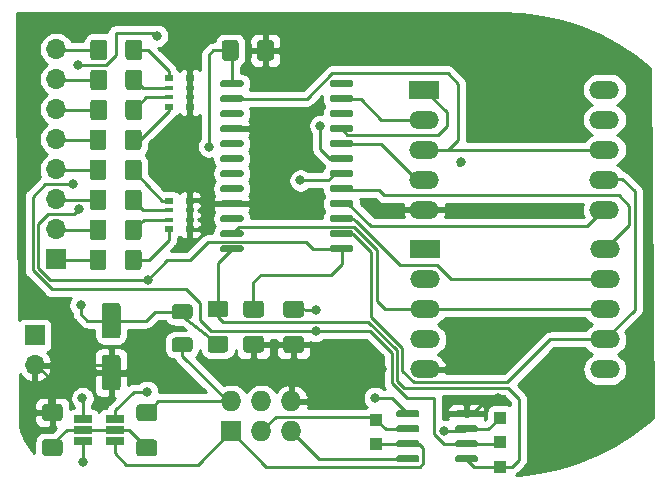
<source format=gbr>
G04 #@! TF.GenerationSoftware,KiCad,Pcbnew,5.1.6-1.fc32*
G04 #@! TF.CreationDate,2020-06-02T17:43:18-04:00*
G04 #@! TF.ProjectId,binarydispattiny,62696e61-7279-4646-9973-70617474696e,0.3*
G04 #@! TF.SameCoordinates,Original*
G04 #@! TF.FileFunction,Copper,L1,Top*
G04 #@! TF.FilePolarity,Positive*
%FSLAX46Y46*%
G04 Gerber Fmt 4.6, Leading zero omitted, Abs format (unit mm)*
G04 Created by KiCad (PCBNEW 5.1.6-1.fc32) date 2020-06-02 17:43:18*
%MOMM*%
%LPD*%
G01*
G04 APERTURE LIST*
G04 #@! TA.AperFunction,ComponentPad*
%ADD10R,2.524000X1.524000*%
G04 #@! TD*
G04 #@! TA.AperFunction,ComponentPad*
%ADD11O,2.524000X1.524000*%
G04 #@! TD*
G04 #@! TA.AperFunction,ComponentPad*
%ADD12R,1.727200X1.727200*%
G04 #@! TD*
G04 #@! TA.AperFunction,ComponentPad*
%ADD13O,1.727200X1.727200*%
G04 #@! TD*
G04 #@! TA.AperFunction,ComponentPad*
%ADD14R,1.700000X1.700000*%
G04 #@! TD*
G04 #@! TA.AperFunction,ComponentPad*
%ADD15O,1.700000X1.700000*%
G04 #@! TD*
G04 #@! TA.AperFunction,SMDPad,CuDef*
%ADD16R,1.560000X0.650000*%
G04 #@! TD*
G04 #@! TA.AperFunction,SMDPad,CuDef*
%ADD17R,0.800000X0.500000*%
G04 #@! TD*
G04 #@! TA.AperFunction,SMDPad,CuDef*
%ADD18R,0.800000X0.400000*%
G04 #@! TD*
G04 #@! TA.AperFunction,SMDPad,CuDef*
%ADD19R,1.000000X1.000000*%
G04 #@! TD*
G04 #@! TA.AperFunction,ViaPad*
%ADD20C,0.800000*%
G04 #@! TD*
G04 #@! TA.AperFunction,Conductor*
%ADD21C,0.250000*%
G04 #@! TD*
G04 #@! TA.AperFunction,Conductor*
%ADD22C,0.254000*%
G04 #@! TD*
G04 APERTURE END LIST*
G04 #@! TA.AperFunction,SMDPad,CuDef*
G36*
G01*
X128539400Y-100748800D02*
X127289400Y-100748800D01*
G75*
G02*
X127039400Y-100498800I0J250000D01*
G01*
X127039400Y-99573800D01*
G75*
G02*
X127289400Y-99323800I250000J0D01*
G01*
X128539400Y-99323800D01*
G75*
G02*
X128789400Y-99573800I0J-250000D01*
G01*
X128789400Y-100498800D01*
G75*
G02*
X128539400Y-100748800I-250000J0D01*
G01*
G37*
G04 #@! TD.AperFunction*
G04 #@! TA.AperFunction,SMDPad,CuDef*
G36*
G01*
X128539400Y-103723800D02*
X127289400Y-103723800D01*
G75*
G02*
X127039400Y-103473800I0J250000D01*
G01*
X127039400Y-102548800D01*
G75*
G02*
X127289400Y-102298800I250000J0D01*
G01*
X128539400Y-102298800D01*
G75*
G02*
X128789400Y-102548800I0J-250000D01*
G01*
X128789400Y-103473800D01*
G75*
G02*
X128539400Y-103723800I-250000J0D01*
G01*
G37*
G04 #@! TD.AperFunction*
G04 #@! TA.AperFunction,SMDPad,CuDef*
G36*
G01*
X133702900Y-102324200D02*
X134952900Y-102324200D01*
G75*
G02*
X135202900Y-102574200I0J-250000D01*
G01*
X135202900Y-103499200D01*
G75*
G02*
X134952900Y-103749200I-250000J0D01*
G01*
X133702900Y-103749200D01*
G75*
G02*
X133452900Y-103499200I0J250000D01*
G01*
X133452900Y-102574200D01*
G75*
G02*
X133702900Y-102324200I250000J0D01*
G01*
G37*
G04 #@! TD.AperFunction*
G04 #@! TA.AperFunction,SMDPad,CuDef*
G36*
G01*
X133702900Y-99349200D02*
X134952900Y-99349200D01*
G75*
G02*
X135202900Y-99599200I0J-250000D01*
G01*
X135202900Y-100524200D01*
G75*
G02*
X134952900Y-100774200I-250000J0D01*
G01*
X133702900Y-100774200D01*
G75*
G02*
X133452900Y-100524200I0J250000D01*
G01*
X133452900Y-99599200D01*
G75*
G02*
X133702900Y-99349200I250000J0D01*
G01*
G37*
G04 #@! TD.AperFunction*
G04 #@! TA.AperFunction,SMDPad,CuDef*
G36*
G01*
X131562000Y-100761500D02*
X130312000Y-100761500D01*
G75*
G02*
X130062000Y-100511500I0J250000D01*
G01*
X130062000Y-99586500D01*
G75*
G02*
X130312000Y-99336500I250000J0D01*
G01*
X131562000Y-99336500D01*
G75*
G02*
X131812000Y-99586500I0J-250000D01*
G01*
X131812000Y-100511500D01*
G75*
G02*
X131562000Y-100761500I-250000J0D01*
G01*
G37*
G04 #@! TD.AperFunction*
G04 #@! TA.AperFunction,SMDPad,CuDef*
G36*
G01*
X131562000Y-103736500D02*
X130312000Y-103736500D01*
G75*
G02*
X130062000Y-103486500I0J250000D01*
G01*
X130062000Y-102561500D01*
G75*
G02*
X130312000Y-102311500I250000J0D01*
G01*
X131562000Y-102311500D01*
G75*
G02*
X131812000Y-102561500I0J-250000D01*
G01*
X131812000Y-103486500D01*
G75*
G02*
X131562000Y-103736500I-250000J0D01*
G01*
G37*
G04 #@! TD.AperFunction*
G04 #@! TA.AperFunction,SMDPad,CuDef*
G36*
G01*
X131229400Y-78768100D02*
X131229400Y-77518100D01*
G75*
G02*
X131479400Y-77268100I250000J0D01*
G01*
X132404400Y-77268100D01*
G75*
G02*
X132654400Y-77518100I0J-250000D01*
G01*
X132654400Y-78768100D01*
G75*
G02*
X132404400Y-79018100I-250000J0D01*
G01*
X131479400Y-79018100D01*
G75*
G02*
X131229400Y-78768100I0J250000D01*
G01*
G37*
G04 #@! TD.AperFunction*
G04 #@! TA.AperFunction,SMDPad,CuDef*
G36*
G01*
X128254400Y-78768100D02*
X128254400Y-77518100D01*
G75*
G02*
X128504400Y-77268100I250000J0D01*
G01*
X129429400Y-77268100D01*
G75*
G02*
X129679400Y-77518100I0J-250000D01*
G01*
X129679400Y-78768100D01*
G75*
G02*
X129429400Y-79018100I-250000J0D01*
G01*
X128504400Y-79018100D01*
G75*
G02*
X128254400Y-78768100I0J250000D01*
G01*
G37*
G04 #@! TD.AperFunction*
G04 #@! TA.AperFunction,SMDPad,CuDef*
G36*
G01*
X113268600Y-111061800D02*
X114518600Y-111061800D01*
G75*
G02*
X114768600Y-111311800I0J-250000D01*
G01*
X114768600Y-112236800D01*
G75*
G02*
X114518600Y-112486800I-250000J0D01*
G01*
X113268600Y-112486800D01*
G75*
G02*
X113018600Y-112236800I0J250000D01*
G01*
X113018600Y-111311800D01*
G75*
G02*
X113268600Y-111061800I250000J0D01*
G01*
G37*
G04 #@! TD.AperFunction*
G04 #@! TA.AperFunction,SMDPad,CuDef*
G36*
G01*
X113268600Y-108086800D02*
X114518600Y-108086800D01*
G75*
G02*
X114768600Y-108336800I0J-250000D01*
G01*
X114768600Y-109261800D01*
G75*
G02*
X114518600Y-109511800I-250000J0D01*
G01*
X113268600Y-109511800D01*
G75*
G02*
X113018600Y-109261800I0J250000D01*
G01*
X113018600Y-108336800D01*
G75*
G02*
X113268600Y-108086800I250000J0D01*
G01*
G37*
G04 #@! TD.AperFunction*
G04 #@! TA.AperFunction,SMDPad,CuDef*
G36*
G01*
X122519600Y-109537200D02*
X121269600Y-109537200D01*
G75*
G02*
X121019600Y-109287200I0J250000D01*
G01*
X121019600Y-108362200D01*
G75*
G02*
X121269600Y-108112200I250000J0D01*
G01*
X122519600Y-108112200D01*
G75*
G02*
X122769600Y-108362200I0J-250000D01*
G01*
X122769600Y-109287200D01*
G75*
G02*
X122519600Y-109537200I-250000J0D01*
G01*
G37*
G04 #@! TD.AperFunction*
G04 #@! TA.AperFunction,SMDPad,CuDef*
G36*
G01*
X122519600Y-112512200D02*
X121269600Y-112512200D01*
G75*
G02*
X121019600Y-112262200I0J250000D01*
G01*
X121019600Y-111337200D01*
G75*
G02*
X121269600Y-111087200I250000J0D01*
G01*
X122519600Y-111087200D01*
G75*
G02*
X122769600Y-111337200I0J-250000D01*
G01*
X122769600Y-112262200D01*
G75*
G02*
X122519600Y-112512200I-250000J0D01*
G01*
G37*
G04 #@! TD.AperFunction*
D10*
X145440400Y-94990920D03*
D11*
X145440400Y-97530920D03*
X145440400Y-100070920D03*
X145440400Y-102610920D03*
X145440400Y-105150920D03*
X160680400Y-105150920D03*
X160680400Y-102610920D03*
X160680400Y-100070920D03*
X160680400Y-97530920D03*
X160680400Y-94990920D03*
D12*
X129057400Y-110401100D03*
D13*
X129057400Y-107861100D03*
X131597400Y-110401100D03*
X131597400Y-107861100D03*
X134137400Y-110401100D03*
X134137400Y-107861100D03*
D14*
X114236500Y-95821500D03*
D15*
X114236500Y-93281500D03*
X114236500Y-90741500D03*
X114236500Y-88201500D03*
X114236500Y-85661500D03*
X114236500Y-83121500D03*
X114236500Y-80581500D03*
X114236500Y-78041500D03*
D14*
X112407700Y-102260400D03*
D15*
X112407700Y-104800400D03*
G04 #@! TA.AperFunction,SMDPad,CuDef*
G36*
G01*
X118478000Y-95260000D02*
X118478000Y-96510000D01*
G75*
G02*
X118228000Y-96760000I-250000J0D01*
G01*
X117303000Y-96760000D01*
G75*
G02*
X117053000Y-96510000I0J250000D01*
G01*
X117053000Y-95260000D01*
G75*
G02*
X117303000Y-95010000I250000J0D01*
G01*
X118228000Y-95010000D01*
G75*
G02*
X118478000Y-95260000I0J-250000D01*
G01*
G37*
G04 #@! TD.AperFunction*
G04 #@! TA.AperFunction,SMDPad,CuDef*
G36*
G01*
X121453000Y-95260000D02*
X121453000Y-96510000D01*
G75*
G02*
X121203000Y-96760000I-250000J0D01*
G01*
X120278000Y-96760000D01*
G75*
G02*
X120028000Y-96510000I0J250000D01*
G01*
X120028000Y-95260000D01*
G75*
G02*
X120278000Y-95010000I250000J0D01*
G01*
X121203000Y-95010000D01*
G75*
G02*
X121453000Y-95260000I0J-250000D01*
G01*
G37*
G04 #@! TD.AperFunction*
G04 #@! TA.AperFunction,SMDPad,CuDef*
G36*
G01*
X121453000Y-92720000D02*
X121453000Y-93970000D01*
G75*
G02*
X121203000Y-94220000I-250000J0D01*
G01*
X120278000Y-94220000D01*
G75*
G02*
X120028000Y-93970000I0J250000D01*
G01*
X120028000Y-92720000D01*
G75*
G02*
X120278000Y-92470000I250000J0D01*
G01*
X121203000Y-92470000D01*
G75*
G02*
X121453000Y-92720000I0J-250000D01*
G01*
G37*
G04 #@! TD.AperFunction*
G04 #@! TA.AperFunction,SMDPad,CuDef*
G36*
G01*
X118478000Y-92720000D02*
X118478000Y-93970000D01*
G75*
G02*
X118228000Y-94220000I-250000J0D01*
G01*
X117303000Y-94220000D01*
G75*
G02*
X117053000Y-93970000I0J250000D01*
G01*
X117053000Y-92720000D01*
G75*
G02*
X117303000Y-92470000I250000J0D01*
G01*
X118228000Y-92470000D01*
G75*
G02*
X118478000Y-92720000I0J-250000D01*
G01*
G37*
G04 #@! TD.AperFunction*
G04 #@! TA.AperFunction,SMDPad,CuDef*
G36*
G01*
X118478000Y-90180000D02*
X118478000Y-91430000D01*
G75*
G02*
X118228000Y-91680000I-250000J0D01*
G01*
X117303000Y-91680000D01*
G75*
G02*
X117053000Y-91430000I0J250000D01*
G01*
X117053000Y-90180000D01*
G75*
G02*
X117303000Y-89930000I250000J0D01*
G01*
X118228000Y-89930000D01*
G75*
G02*
X118478000Y-90180000I0J-250000D01*
G01*
G37*
G04 #@! TD.AperFunction*
G04 #@! TA.AperFunction,SMDPad,CuDef*
G36*
G01*
X121453000Y-90180000D02*
X121453000Y-91430000D01*
G75*
G02*
X121203000Y-91680000I-250000J0D01*
G01*
X120278000Y-91680000D01*
G75*
G02*
X120028000Y-91430000I0J250000D01*
G01*
X120028000Y-90180000D01*
G75*
G02*
X120278000Y-89930000I250000J0D01*
G01*
X121203000Y-89930000D01*
G75*
G02*
X121453000Y-90180000I0J-250000D01*
G01*
G37*
G04 #@! TD.AperFunction*
G04 #@! TA.AperFunction,SMDPad,CuDef*
G36*
G01*
X121453000Y-87640000D02*
X121453000Y-88890000D01*
G75*
G02*
X121203000Y-89140000I-250000J0D01*
G01*
X120278000Y-89140000D01*
G75*
G02*
X120028000Y-88890000I0J250000D01*
G01*
X120028000Y-87640000D01*
G75*
G02*
X120278000Y-87390000I250000J0D01*
G01*
X121203000Y-87390000D01*
G75*
G02*
X121453000Y-87640000I0J-250000D01*
G01*
G37*
G04 #@! TD.AperFunction*
G04 #@! TA.AperFunction,SMDPad,CuDef*
G36*
G01*
X118478000Y-87640000D02*
X118478000Y-88890000D01*
G75*
G02*
X118228000Y-89140000I-250000J0D01*
G01*
X117303000Y-89140000D01*
G75*
G02*
X117053000Y-88890000I0J250000D01*
G01*
X117053000Y-87640000D01*
G75*
G02*
X117303000Y-87390000I250000J0D01*
G01*
X118228000Y-87390000D01*
G75*
G02*
X118478000Y-87640000I0J-250000D01*
G01*
G37*
G04 #@! TD.AperFunction*
G04 #@! TA.AperFunction,SMDPad,CuDef*
G36*
G01*
X118478000Y-85100000D02*
X118478000Y-86350000D01*
G75*
G02*
X118228000Y-86600000I-250000J0D01*
G01*
X117303000Y-86600000D01*
G75*
G02*
X117053000Y-86350000I0J250000D01*
G01*
X117053000Y-85100000D01*
G75*
G02*
X117303000Y-84850000I250000J0D01*
G01*
X118228000Y-84850000D01*
G75*
G02*
X118478000Y-85100000I0J-250000D01*
G01*
G37*
G04 #@! TD.AperFunction*
G04 #@! TA.AperFunction,SMDPad,CuDef*
G36*
G01*
X121453000Y-85100000D02*
X121453000Y-86350000D01*
G75*
G02*
X121203000Y-86600000I-250000J0D01*
G01*
X120278000Y-86600000D01*
G75*
G02*
X120028000Y-86350000I0J250000D01*
G01*
X120028000Y-85100000D01*
G75*
G02*
X120278000Y-84850000I250000J0D01*
G01*
X121203000Y-84850000D01*
G75*
G02*
X121453000Y-85100000I0J-250000D01*
G01*
G37*
G04 #@! TD.AperFunction*
G04 #@! TA.AperFunction,SMDPad,CuDef*
G36*
G01*
X121516500Y-82560000D02*
X121516500Y-83810000D01*
G75*
G02*
X121266500Y-84060000I-250000J0D01*
G01*
X120341500Y-84060000D01*
G75*
G02*
X120091500Y-83810000I0J250000D01*
G01*
X120091500Y-82560000D01*
G75*
G02*
X120341500Y-82310000I250000J0D01*
G01*
X121266500Y-82310000D01*
G75*
G02*
X121516500Y-82560000I0J-250000D01*
G01*
G37*
G04 #@! TD.AperFunction*
G04 #@! TA.AperFunction,SMDPad,CuDef*
G36*
G01*
X118541500Y-82560000D02*
X118541500Y-83810000D01*
G75*
G02*
X118291500Y-84060000I-250000J0D01*
G01*
X117366500Y-84060000D01*
G75*
G02*
X117116500Y-83810000I0J250000D01*
G01*
X117116500Y-82560000D01*
G75*
G02*
X117366500Y-82310000I250000J0D01*
G01*
X118291500Y-82310000D01*
G75*
G02*
X118541500Y-82560000I0J-250000D01*
G01*
G37*
G04 #@! TD.AperFunction*
G04 #@! TA.AperFunction,SMDPad,CuDef*
G36*
G01*
X121516500Y-80020000D02*
X121516500Y-81270000D01*
G75*
G02*
X121266500Y-81520000I-250000J0D01*
G01*
X120341500Y-81520000D01*
G75*
G02*
X120091500Y-81270000I0J250000D01*
G01*
X120091500Y-80020000D01*
G75*
G02*
X120341500Y-79770000I250000J0D01*
G01*
X121266500Y-79770000D01*
G75*
G02*
X121516500Y-80020000I0J-250000D01*
G01*
G37*
G04 #@! TD.AperFunction*
G04 #@! TA.AperFunction,SMDPad,CuDef*
G36*
G01*
X118541500Y-80020000D02*
X118541500Y-81270000D01*
G75*
G02*
X118291500Y-81520000I-250000J0D01*
G01*
X117366500Y-81520000D01*
G75*
G02*
X117116500Y-81270000I0J250000D01*
G01*
X117116500Y-80020000D01*
G75*
G02*
X117366500Y-79770000I250000J0D01*
G01*
X118291500Y-79770000D01*
G75*
G02*
X118541500Y-80020000I0J-250000D01*
G01*
G37*
G04 #@! TD.AperFunction*
G04 #@! TA.AperFunction,SMDPad,CuDef*
G36*
G01*
X118541500Y-77480000D02*
X118541500Y-78730000D01*
G75*
G02*
X118291500Y-78980000I-250000J0D01*
G01*
X117366500Y-78980000D01*
G75*
G02*
X117116500Y-78730000I0J250000D01*
G01*
X117116500Y-77480000D01*
G75*
G02*
X117366500Y-77230000I250000J0D01*
G01*
X118291500Y-77230000D01*
G75*
G02*
X118541500Y-77480000I0J-250000D01*
G01*
G37*
G04 #@! TD.AperFunction*
G04 #@! TA.AperFunction,SMDPad,CuDef*
G36*
G01*
X121516500Y-77480000D02*
X121516500Y-78730000D01*
G75*
G02*
X121266500Y-78980000I-250000J0D01*
G01*
X120341500Y-78980000D01*
G75*
G02*
X120091500Y-78730000I0J250000D01*
G01*
X120091500Y-77480000D01*
G75*
G02*
X120341500Y-77230000I250000J0D01*
G01*
X121266500Y-77230000D01*
G75*
G02*
X121516500Y-77480000I0J-250000D01*
G01*
G37*
G04 #@! TD.AperFunction*
G04 #@! TA.AperFunction,SMDPad,CuDef*
G36*
G01*
X143029260Y-109075360D02*
X143029260Y-108775360D01*
G75*
G02*
X143179260Y-108625360I150000J0D01*
G01*
X144829260Y-108625360D01*
G75*
G02*
X144979260Y-108775360I0J-150000D01*
G01*
X144979260Y-109075360D01*
G75*
G02*
X144829260Y-109225360I-150000J0D01*
G01*
X143179260Y-109225360D01*
G75*
G02*
X143029260Y-109075360I0J150000D01*
G01*
G37*
G04 #@! TD.AperFunction*
G04 #@! TA.AperFunction,SMDPad,CuDef*
G36*
G01*
X143029260Y-110345360D02*
X143029260Y-110045360D01*
G75*
G02*
X143179260Y-109895360I150000J0D01*
G01*
X144829260Y-109895360D01*
G75*
G02*
X144979260Y-110045360I0J-150000D01*
G01*
X144979260Y-110345360D01*
G75*
G02*
X144829260Y-110495360I-150000J0D01*
G01*
X143179260Y-110495360D01*
G75*
G02*
X143029260Y-110345360I0J150000D01*
G01*
G37*
G04 #@! TD.AperFunction*
G04 #@! TA.AperFunction,SMDPad,CuDef*
G36*
G01*
X143029260Y-111615360D02*
X143029260Y-111315360D01*
G75*
G02*
X143179260Y-111165360I150000J0D01*
G01*
X144829260Y-111165360D01*
G75*
G02*
X144979260Y-111315360I0J-150000D01*
G01*
X144979260Y-111615360D01*
G75*
G02*
X144829260Y-111765360I-150000J0D01*
G01*
X143179260Y-111765360D01*
G75*
G02*
X143029260Y-111615360I0J150000D01*
G01*
G37*
G04 #@! TD.AperFunction*
G04 #@! TA.AperFunction,SMDPad,CuDef*
G36*
G01*
X143029260Y-112885360D02*
X143029260Y-112585360D01*
G75*
G02*
X143179260Y-112435360I150000J0D01*
G01*
X144829260Y-112435360D01*
G75*
G02*
X144979260Y-112585360I0J-150000D01*
G01*
X144979260Y-112885360D01*
G75*
G02*
X144829260Y-113035360I-150000J0D01*
G01*
X143179260Y-113035360D01*
G75*
G02*
X143029260Y-112885360I0J150000D01*
G01*
G37*
G04 #@! TD.AperFunction*
G04 #@! TA.AperFunction,SMDPad,CuDef*
G36*
G01*
X147979260Y-112885360D02*
X147979260Y-112585360D01*
G75*
G02*
X148129260Y-112435360I150000J0D01*
G01*
X149779260Y-112435360D01*
G75*
G02*
X149929260Y-112585360I0J-150000D01*
G01*
X149929260Y-112885360D01*
G75*
G02*
X149779260Y-113035360I-150000J0D01*
G01*
X148129260Y-113035360D01*
G75*
G02*
X147979260Y-112885360I0J150000D01*
G01*
G37*
G04 #@! TD.AperFunction*
G04 #@! TA.AperFunction,SMDPad,CuDef*
G36*
G01*
X147979260Y-111615360D02*
X147979260Y-111315360D01*
G75*
G02*
X148129260Y-111165360I150000J0D01*
G01*
X149779260Y-111165360D01*
G75*
G02*
X149929260Y-111315360I0J-150000D01*
G01*
X149929260Y-111615360D01*
G75*
G02*
X149779260Y-111765360I-150000J0D01*
G01*
X148129260Y-111765360D01*
G75*
G02*
X147979260Y-111615360I0J150000D01*
G01*
G37*
G04 #@! TD.AperFunction*
G04 #@! TA.AperFunction,SMDPad,CuDef*
G36*
G01*
X147979260Y-110345360D02*
X147979260Y-110045360D01*
G75*
G02*
X148129260Y-109895360I150000J0D01*
G01*
X149779260Y-109895360D01*
G75*
G02*
X149929260Y-110045360I0J-150000D01*
G01*
X149929260Y-110345360D01*
G75*
G02*
X149779260Y-110495360I-150000J0D01*
G01*
X148129260Y-110495360D01*
G75*
G02*
X147979260Y-110345360I0J150000D01*
G01*
G37*
G04 #@! TD.AperFunction*
G04 #@! TA.AperFunction,SMDPad,CuDef*
G36*
G01*
X147979260Y-109075360D02*
X147979260Y-108775360D01*
G75*
G02*
X148129260Y-108625360I150000J0D01*
G01*
X149779260Y-108625360D01*
G75*
G02*
X149929260Y-108775360I0J-150000D01*
G01*
X149929260Y-109075360D01*
G75*
G02*
X149779260Y-109225360I-150000J0D01*
G01*
X148129260Y-109225360D01*
G75*
G02*
X147979260Y-109075360I0J150000D01*
G01*
G37*
G04 #@! TD.AperFunction*
G04 #@! TA.AperFunction,SMDPad,CuDef*
G36*
G01*
X124266800Y-99643580D02*
X125516800Y-99643580D01*
G75*
G02*
X125766800Y-99893580I0J-250000D01*
G01*
X125766800Y-100643580D01*
G75*
G02*
X125516800Y-100893580I-250000J0D01*
G01*
X124266800Y-100893580D01*
G75*
G02*
X124016800Y-100643580I0J250000D01*
G01*
X124016800Y-99893580D01*
G75*
G02*
X124266800Y-99643580I250000J0D01*
G01*
G37*
G04 #@! TD.AperFunction*
G04 #@! TA.AperFunction,SMDPad,CuDef*
G36*
G01*
X124266800Y-102443580D02*
X125516800Y-102443580D01*
G75*
G02*
X125766800Y-102693580I0J-250000D01*
G01*
X125766800Y-103443580D01*
G75*
G02*
X125516800Y-103693580I-250000J0D01*
G01*
X124266800Y-103693580D01*
G75*
G02*
X124016800Y-103443580I0J250000D01*
G01*
X124016800Y-102693580D01*
G75*
G02*
X124266800Y-102443580I250000J0D01*
G01*
G37*
G04 #@! TD.AperFunction*
D11*
X160644840Y-81472580D03*
X160644840Y-84012580D03*
X160644840Y-86552580D03*
X160644840Y-89092580D03*
X160644840Y-91632580D03*
X145404840Y-91632580D03*
X145404840Y-89092580D03*
X145404840Y-86552580D03*
X145404840Y-84012580D03*
D10*
X145404840Y-81472580D03*
D16*
X116493300Y-109349500D03*
X116493300Y-110299500D03*
X116493300Y-111249500D03*
X119193300Y-111249500D03*
X119193300Y-109349500D03*
X119193300Y-110299500D03*
G04 #@! TA.AperFunction,SMDPad,CuDef*
G36*
G01*
X128088620Y-81105080D02*
X128088620Y-80830080D01*
G75*
G02*
X128226120Y-80692580I137500J0D01*
G01*
X129951120Y-80692580D01*
G75*
G02*
X130088620Y-80830080I0J-137500D01*
G01*
X130088620Y-81105080D01*
G75*
G02*
X129951120Y-81242580I-137500J0D01*
G01*
X128226120Y-81242580D01*
G75*
G02*
X128088620Y-81105080I0J137500D01*
G01*
G37*
G04 #@! TD.AperFunction*
G04 #@! TA.AperFunction,SMDPad,CuDef*
G36*
G01*
X128088620Y-82375080D02*
X128088620Y-82100080D01*
G75*
G02*
X128226120Y-81962580I137500J0D01*
G01*
X129951120Y-81962580D01*
G75*
G02*
X130088620Y-82100080I0J-137500D01*
G01*
X130088620Y-82375080D01*
G75*
G02*
X129951120Y-82512580I-137500J0D01*
G01*
X128226120Y-82512580D01*
G75*
G02*
X128088620Y-82375080I0J137500D01*
G01*
G37*
G04 #@! TD.AperFunction*
G04 #@! TA.AperFunction,SMDPad,CuDef*
G36*
G01*
X128088620Y-83645080D02*
X128088620Y-83370080D01*
G75*
G02*
X128226120Y-83232580I137500J0D01*
G01*
X129951120Y-83232580D01*
G75*
G02*
X130088620Y-83370080I0J-137500D01*
G01*
X130088620Y-83645080D01*
G75*
G02*
X129951120Y-83782580I-137500J0D01*
G01*
X128226120Y-83782580D01*
G75*
G02*
X128088620Y-83645080I0J137500D01*
G01*
G37*
G04 #@! TD.AperFunction*
G04 #@! TA.AperFunction,SMDPad,CuDef*
G36*
G01*
X128088620Y-84915080D02*
X128088620Y-84640080D01*
G75*
G02*
X128226120Y-84502580I137500J0D01*
G01*
X129951120Y-84502580D01*
G75*
G02*
X130088620Y-84640080I0J-137500D01*
G01*
X130088620Y-84915080D01*
G75*
G02*
X129951120Y-85052580I-137500J0D01*
G01*
X128226120Y-85052580D01*
G75*
G02*
X128088620Y-84915080I0J137500D01*
G01*
G37*
G04 #@! TD.AperFunction*
G04 #@! TA.AperFunction,SMDPad,CuDef*
G36*
G01*
X128088620Y-86185080D02*
X128088620Y-85910080D01*
G75*
G02*
X128226120Y-85772580I137500J0D01*
G01*
X129951120Y-85772580D01*
G75*
G02*
X130088620Y-85910080I0J-137500D01*
G01*
X130088620Y-86185080D01*
G75*
G02*
X129951120Y-86322580I-137500J0D01*
G01*
X128226120Y-86322580D01*
G75*
G02*
X128088620Y-86185080I0J137500D01*
G01*
G37*
G04 #@! TD.AperFunction*
G04 #@! TA.AperFunction,SMDPad,CuDef*
G36*
G01*
X128088620Y-87455080D02*
X128088620Y-87180080D01*
G75*
G02*
X128226120Y-87042580I137500J0D01*
G01*
X129951120Y-87042580D01*
G75*
G02*
X130088620Y-87180080I0J-137500D01*
G01*
X130088620Y-87455080D01*
G75*
G02*
X129951120Y-87592580I-137500J0D01*
G01*
X128226120Y-87592580D01*
G75*
G02*
X128088620Y-87455080I0J137500D01*
G01*
G37*
G04 #@! TD.AperFunction*
G04 #@! TA.AperFunction,SMDPad,CuDef*
G36*
G01*
X128088620Y-88725080D02*
X128088620Y-88450080D01*
G75*
G02*
X128226120Y-88312580I137500J0D01*
G01*
X129951120Y-88312580D01*
G75*
G02*
X130088620Y-88450080I0J-137500D01*
G01*
X130088620Y-88725080D01*
G75*
G02*
X129951120Y-88862580I-137500J0D01*
G01*
X128226120Y-88862580D01*
G75*
G02*
X128088620Y-88725080I0J137500D01*
G01*
G37*
G04 #@! TD.AperFunction*
G04 #@! TA.AperFunction,SMDPad,CuDef*
G36*
G01*
X128088620Y-89995080D02*
X128088620Y-89720080D01*
G75*
G02*
X128226120Y-89582580I137500J0D01*
G01*
X129951120Y-89582580D01*
G75*
G02*
X130088620Y-89720080I0J-137500D01*
G01*
X130088620Y-89995080D01*
G75*
G02*
X129951120Y-90132580I-137500J0D01*
G01*
X128226120Y-90132580D01*
G75*
G02*
X128088620Y-89995080I0J137500D01*
G01*
G37*
G04 #@! TD.AperFunction*
G04 #@! TA.AperFunction,SMDPad,CuDef*
G36*
G01*
X128088620Y-91265080D02*
X128088620Y-90990080D01*
G75*
G02*
X128226120Y-90852580I137500J0D01*
G01*
X129951120Y-90852580D01*
G75*
G02*
X130088620Y-90990080I0J-137500D01*
G01*
X130088620Y-91265080D01*
G75*
G02*
X129951120Y-91402580I-137500J0D01*
G01*
X128226120Y-91402580D01*
G75*
G02*
X128088620Y-91265080I0J137500D01*
G01*
G37*
G04 #@! TD.AperFunction*
G04 #@! TA.AperFunction,SMDPad,CuDef*
G36*
G01*
X128088620Y-92535080D02*
X128088620Y-92260080D01*
G75*
G02*
X128226120Y-92122580I137500J0D01*
G01*
X129951120Y-92122580D01*
G75*
G02*
X130088620Y-92260080I0J-137500D01*
G01*
X130088620Y-92535080D01*
G75*
G02*
X129951120Y-92672580I-137500J0D01*
G01*
X128226120Y-92672580D01*
G75*
G02*
X128088620Y-92535080I0J137500D01*
G01*
G37*
G04 #@! TD.AperFunction*
G04 #@! TA.AperFunction,SMDPad,CuDef*
G36*
G01*
X128088620Y-93805080D02*
X128088620Y-93530080D01*
G75*
G02*
X128226120Y-93392580I137500J0D01*
G01*
X129951120Y-93392580D01*
G75*
G02*
X130088620Y-93530080I0J-137500D01*
G01*
X130088620Y-93805080D01*
G75*
G02*
X129951120Y-93942580I-137500J0D01*
G01*
X128226120Y-93942580D01*
G75*
G02*
X128088620Y-93805080I0J137500D01*
G01*
G37*
G04 #@! TD.AperFunction*
G04 #@! TA.AperFunction,SMDPad,CuDef*
G36*
G01*
X128088620Y-95075080D02*
X128088620Y-94800080D01*
G75*
G02*
X128226120Y-94662580I137500J0D01*
G01*
X129951120Y-94662580D01*
G75*
G02*
X130088620Y-94800080I0J-137500D01*
G01*
X130088620Y-95075080D01*
G75*
G02*
X129951120Y-95212580I-137500J0D01*
G01*
X128226120Y-95212580D01*
G75*
G02*
X128088620Y-95075080I0J137500D01*
G01*
G37*
G04 #@! TD.AperFunction*
G04 #@! TA.AperFunction,SMDPad,CuDef*
G36*
G01*
X137388620Y-95075080D02*
X137388620Y-94800080D01*
G75*
G02*
X137526120Y-94662580I137500J0D01*
G01*
X139251120Y-94662580D01*
G75*
G02*
X139388620Y-94800080I0J-137500D01*
G01*
X139388620Y-95075080D01*
G75*
G02*
X139251120Y-95212580I-137500J0D01*
G01*
X137526120Y-95212580D01*
G75*
G02*
X137388620Y-95075080I0J137500D01*
G01*
G37*
G04 #@! TD.AperFunction*
G04 #@! TA.AperFunction,SMDPad,CuDef*
G36*
G01*
X137388620Y-93805080D02*
X137388620Y-93530080D01*
G75*
G02*
X137526120Y-93392580I137500J0D01*
G01*
X139251120Y-93392580D01*
G75*
G02*
X139388620Y-93530080I0J-137500D01*
G01*
X139388620Y-93805080D01*
G75*
G02*
X139251120Y-93942580I-137500J0D01*
G01*
X137526120Y-93942580D01*
G75*
G02*
X137388620Y-93805080I0J137500D01*
G01*
G37*
G04 #@! TD.AperFunction*
G04 #@! TA.AperFunction,SMDPad,CuDef*
G36*
G01*
X137388620Y-92535080D02*
X137388620Y-92260080D01*
G75*
G02*
X137526120Y-92122580I137500J0D01*
G01*
X139251120Y-92122580D01*
G75*
G02*
X139388620Y-92260080I0J-137500D01*
G01*
X139388620Y-92535080D01*
G75*
G02*
X139251120Y-92672580I-137500J0D01*
G01*
X137526120Y-92672580D01*
G75*
G02*
X137388620Y-92535080I0J137500D01*
G01*
G37*
G04 #@! TD.AperFunction*
G04 #@! TA.AperFunction,SMDPad,CuDef*
G36*
G01*
X137388620Y-91265080D02*
X137388620Y-90990080D01*
G75*
G02*
X137526120Y-90852580I137500J0D01*
G01*
X139251120Y-90852580D01*
G75*
G02*
X139388620Y-90990080I0J-137500D01*
G01*
X139388620Y-91265080D01*
G75*
G02*
X139251120Y-91402580I-137500J0D01*
G01*
X137526120Y-91402580D01*
G75*
G02*
X137388620Y-91265080I0J137500D01*
G01*
G37*
G04 #@! TD.AperFunction*
G04 #@! TA.AperFunction,SMDPad,CuDef*
G36*
G01*
X137388620Y-89995080D02*
X137388620Y-89720080D01*
G75*
G02*
X137526120Y-89582580I137500J0D01*
G01*
X139251120Y-89582580D01*
G75*
G02*
X139388620Y-89720080I0J-137500D01*
G01*
X139388620Y-89995080D01*
G75*
G02*
X139251120Y-90132580I-137500J0D01*
G01*
X137526120Y-90132580D01*
G75*
G02*
X137388620Y-89995080I0J137500D01*
G01*
G37*
G04 #@! TD.AperFunction*
G04 #@! TA.AperFunction,SMDPad,CuDef*
G36*
G01*
X137388620Y-88725080D02*
X137388620Y-88450080D01*
G75*
G02*
X137526120Y-88312580I137500J0D01*
G01*
X139251120Y-88312580D01*
G75*
G02*
X139388620Y-88450080I0J-137500D01*
G01*
X139388620Y-88725080D01*
G75*
G02*
X139251120Y-88862580I-137500J0D01*
G01*
X137526120Y-88862580D01*
G75*
G02*
X137388620Y-88725080I0J137500D01*
G01*
G37*
G04 #@! TD.AperFunction*
G04 #@! TA.AperFunction,SMDPad,CuDef*
G36*
G01*
X137388620Y-87455080D02*
X137388620Y-87180080D01*
G75*
G02*
X137526120Y-87042580I137500J0D01*
G01*
X139251120Y-87042580D01*
G75*
G02*
X139388620Y-87180080I0J-137500D01*
G01*
X139388620Y-87455080D01*
G75*
G02*
X139251120Y-87592580I-137500J0D01*
G01*
X137526120Y-87592580D01*
G75*
G02*
X137388620Y-87455080I0J137500D01*
G01*
G37*
G04 #@! TD.AperFunction*
G04 #@! TA.AperFunction,SMDPad,CuDef*
G36*
G01*
X137388620Y-86185080D02*
X137388620Y-85910080D01*
G75*
G02*
X137526120Y-85772580I137500J0D01*
G01*
X139251120Y-85772580D01*
G75*
G02*
X139388620Y-85910080I0J-137500D01*
G01*
X139388620Y-86185080D01*
G75*
G02*
X139251120Y-86322580I-137500J0D01*
G01*
X137526120Y-86322580D01*
G75*
G02*
X137388620Y-86185080I0J137500D01*
G01*
G37*
G04 #@! TD.AperFunction*
G04 #@! TA.AperFunction,SMDPad,CuDef*
G36*
G01*
X137388620Y-84915080D02*
X137388620Y-84640080D01*
G75*
G02*
X137526120Y-84502580I137500J0D01*
G01*
X139251120Y-84502580D01*
G75*
G02*
X139388620Y-84640080I0J-137500D01*
G01*
X139388620Y-84915080D01*
G75*
G02*
X139251120Y-85052580I-137500J0D01*
G01*
X137526120Y-85052580D01*
G75*
G02*
X137388620Y-84915080I0J137500D01*
G01*
G37*
G04 #@! TD.AperFunction*
G04 #@! TA.AperFunction,SMDPad,CuDef*
G36*
G01*
X137388620Y-83645080D02*
X137388620Y-83370080D01*
G75*
G02*
X137526120Y-83232580I137500J0D01*
G01*
X139251120Y-83232580D01*
G75*
G02*
X139388620Y-83370080I0J-137500D01*
G01*
X139388620Y-83645080D01*
G75*
G02*
X139251120Y-83782580I-137500J0D01*
G01*
X137526120Y-83782580D01*
G75*
G02*
X137388620Y-83645080I0J137500D01*
G01*
G37*
G04 #@! TD.AperFunction*
G04 #@! TA.AperFunction,SMDPad,CuDef*
G36*
G01*
X137388620Y-82375080D02*
X137388620Y-82100080D01*
G75*
G02*
X137526120Y-81962580I137500J0D01*
G01*
X139251120Y-81962580D01*
G75*
G02*
X139388620Y-82100080I0J-137500D01*
G01*
X139388620Y-82375080D01*
G75*
G02*
X139251120Y-82512580I-137500J0D01*
G01*
X137526120Y-82512580D01*
G75*
G02*
X137388620Y-82375080I0J137500D01*
G01*
G37*
G04 #@! TD.AperFunction*
G04 #@! TA.AperFunction,SMDPad,CuDef*
G36*
G01*
X137388620Y-81105080D02*
X137388620Y-80830080D01*
G75*
G02*
X137526120Y-80692580I137500J0D01*
G01*
X139251120Y-80692580D01*
G75*
G02*
X139388620Y-80830080I0J-137500D01*
G01*
X139388620Y-81105080D01*
G75*
G02*
X139251120Y-81242580I-137500J0D01*
G01*
X137526120Y-81242580D01*
G75*
G02*
X137388620Y-81105080I0J137500D01*
G01*
G37*
G04 #@! TD.AperFunction*
D17*
X125537800Y-93262300D03*
D18*
X125537800Y-91662300D03*
X125537800Y-92462300D03*
D17*
X125537800Y-90862300D03*
D18*
X123737800Y-92462300D03*
D17*
X123737800Y-93262300D03*
D18*
X123737800Y-91662300D03*
D17*
X123737800Y-90862300D03*
X123737800Y-80511800D03*
D18*
X123737800Y-81311800D03*
D17*
X123737800Y-82911800D03*
D18*
X123737800Y-82111800D03*
D17*
X125537800Y-80511800D03*
D18*
X125537800Y-82111800D03*
X125537800Y-81311800D03*
D17*
X125537800Y-82911800D03*
G04 #@! TA.AperFunction,SMDPad,CuDef*
G36*
G01*
X118322000Y-99525600D02*
X119422000Y-99525600D01*
G75*
G02*
X119672000Y-99775600I0J-250000D01*
G01*
X119672000Y-102275600D01*
G75*
G02*
X119422000Y-102525600I-250000J0D01*
G01*
X118322000Y-102525600D01*
G75*
G02*
X118072000Y-102275600I0J250000D01*
G01*
X118072000Y-99775600D01*
G75*
G02*
X118322000Y-99525600I250000J0D01*
G01*
G37*
G04 #@! TD.AperFunction*
G04 #@! TA.AperFunction,SMDPad,CuDef*
G36*
G01*
X118322000Y-103925600D02*
X119422000Y-103925600D01*
G75*
G02*
X119672000Y-104175600I0J-250000D01*
G01*
X119672000Y-106675600D01*
G75*
G02*
X119422000Y-106925600I-250000J0D01*
G01*
X118322000Y-106925600D01*
G75*
G02*
X118072000Y-106675600I0J250000D01*
G01*
X118072000Y-104175600D01*
G75*
G02*
X118322000Y-103925600I250000J0D01*
G01*
G37*
G04 #@! TD.AperFunction*
D19*
X141315440Y-111485680D03*
X141315440Y-109397800D03*
X151785320Y-109235240D03*
X151795480Y-111312960D03*
X151795480Y-113375440D03*
D20*
X116078000Y-79375000D03*
X136598660Y-84528660D03*
X122288300Y-86906100D03*
X127012700Y-91122500D03*
X123558600Y-105666900D03*
X141808200Y-105140760D03*
X149895935Y-91547055D03*
X149890480Y-102438200D03*
X131685190Y-91127580D03*
X131241800Y-105702100D03*
X122745500Y-76911200D03*
X116293900Y-99707700D03*
X141213840Y-107558840D03*
X151632920Y-107558840D03*
X158358840Y-107533440D03*
X147066000Y-110383320D03*
X134899400Y-89154000D03*
X127166790Y-86288030D03*
X116535200Y-113017300D03*
X115681760Y-89474040D03*
X136182100Y-101904800D03*
X136182100Y-100088700D03*
X148468087Y-87589353D03*
X116446300Y-107594402D03*
X116184680Y-91561920D03*
X121986040Y-97546160D03*
X121932700Y-107048300D03*
D21*
X114300000Y-95885000D02*
X114236500Y-95821500D01*
X117765500Y-95885000D02*
X114300000Y-95885000D01*
X123775900Y-94194200D02*
X123737800Y-93262300D01*
X122085100Y-95885000D02*
X123775900Y-94194200D01*
X120740500Y-95885000D02*
X122085100Y-95885000D01*
X136598660Y-86527620D02*
X136598660Y-84528660D01*
X137388620Y-87317580D02*
X136598660Y-86527620D01*
X138388620Y-87317580D02*
X137388620Y-87317580D01*
X122616420Y-100268580D02*
X124891800Y-100268580D01*
X118872000Y-101025600D02*
X121859400Y-101025600D01*
X121859400Y-101025600D02*
X122616420Y-100268580D01*
X124891800Y-100596700D02*
X124891800Y-100268580D01*
X127914400Y-103011300D02*
X124891800Y-100596700D01*
X125537800Y-90862300D02*
X125564900Y-90835200D01*
X125539500Y-82913500D02*
X125537800Y-82911800D01*
X113583720Y-105808780D02*
X112407700Y-104800400D01*
X113583720Y-108220180D02*
X113583720Y-105808780D01*
X118246800Y-104800400D02*
X112407700Y-104800400D01*
X119113300Y-105666900D02*
X118246800Y-104800400D01*
X123558600Y-105666900D02*
X119113300Y-105666900D01*
X148259800Y-91582240D02*
X145404840Y-91582240D01*
X149895935Y-91547055D02*
X148259800Y-91582240D01*
X148254720Y-105150920D02*
X145440400Y-105150920D01*
X149890480Y-103515160D02*
X148254720Y-105150920D01*
X149890480Y-102438200D02*
X149890480Y-103515160D01*
X129088620Y-91127580D02*
X131685190Y-91127580D01*
X131000500Y-103087500D02*
X130937000Y-103024000D01*
X141808200Y-105140760D02*
X139754940Y-103087500D01*
X134277100Y-103024000D02*
X134340600Y-103087500D01*
X134340600Y-103087500D02*
X139754940Y-103087500D01*
X126752500Y-90862300D02*
X127012700Y-91122500D01*
X125537800Y-90862300D02*
X126752500Y-90862300D01*
X129083540Y-91122500D02*
X129088620Y-91127580D01*
X127012700Y-91122500D02*
X129083540Y-91122500D01*
X122504200Y-76669900D02*
X122745500Y-76911200D01*
X119291100Y-76669900D02*
X122504200Y-76669900D01*
X119291100Y-78543590D02*
X119291100Y-76669900D01*
X118459690Y-79375000D02*
X119291100Y-78543590D01*
X116078000Y-79375000D02*
X118459690Y-79375000D01*
X116875200Y-101025600D02*
X118872000Y-101025600D01*
X116293900Y-100444300D02*
X116875200Y-101025600D01*
X116293900Y-99707700D02*
X116293900Y-100444300D01*
X142637740Y-107558840D02*
X144004260Y-108925360D01*
X141213840Y-107558840D02*
X142637740Y-107558840D01*
X149438360Y-108925360D02*
X148954260Y-108925360D01*
X150804880Y-107558840D02*
X149438360Y-108925360D01*
X151632920Y-107558840D02*
X150804880Y-107558840D01*
X121623200Y-92462300D02*
X123737800Y-92462300D01*
X120740500Y-93345000D02*
X121623200Y-92462300D01*
X114300000Y-93345000D02*
X114236500Y-93281500D01*
X117765500Y-93345000D02*
X114300000Y-93345000D01*
X114300000Y-90805000D02*
X114236500Y-90741500D01*
X117765500Y-90805000D02*
X114300000Y-90805000D01*
X121597800Y-91662300D02*
X123737800Y-91662300D01*
X120740500Y-90805000D02*
X121597800Y-91662300D01*
X123183800Y-90862300D02*
X123737800Y-90862300D01*
X120740500Y-88265000D02*
X123183800Y-90862300D01*
X114300000Y-88265000D02*
X114236500Y-88201500D01*
X117765500Y-88265000D02*
X114300000Y-88265000D01*
X114300000Y-85725000D02*
X114236500Y-85661500D01*
X117765500Y-85725000D02*
X114300000Y-85725000D01*
X120740500Y-85725000D02*
X121286600Y-85178900D01*
X123737800Y-83272200D02*
X123737800Y-82911800D01*
X121285000Y-85725000D02*
X123737800Y-83272200D01*
X120740500Y-85725000D02*
X121285000Y-85725000D01*
X121870800Y-82118200D02*
X120804000Y-83185000D01*
X123731400Y-82118200D02*
X121870800Y-82118200D01*
X123737800Y-82111800D02*
X123731400Y-82118200D01*
X114300000Y-83185000D02*
X114236500Y-83121500D01*
X117829000Y-83185000D02*
X114300000Y-83185000D01*
X123731400Y-81305400D02*
X123737800Y-81311800D01*
X121602500Y-81305400D02*
X123731400Y-81305400D01*
X120942100Y-80645000D02*
X121602500Y-81305400D01*
X120804000Y-80645000D02*
X120942100Y-80645000D01*
X114300000Y-80645000D02*
X114236500Y-80581500D01*
X117829000Y-80645000D02*
X114300000Y-80645000D01*
X114300000Y-78105000D02*
X114236500Y-78041500D01*
X117829000Y-78105000D02*
X114300000Y-78105000D01*
X123736100Y-80510100D02*
X123737800Y-80511800D01*
X123736100Y-79870300D02*
X123736100Y-80510100D01*
X121970800Y-78105000D02*
X123736100Y-79870300D01*
X120804000Y-78105000D02*
X121970800Y-78105000D01*
X143989020Y-112750600D02*
X144004260Y-112735360D01*
X136486900Y-112750600D02*
X143989020Y-112750600D01*
X134137400Y-110401100D02*
X136486900Y-112750600D01*
X148766300Y-110383320D02*
X148954260Y-110195360D01*
X147066000Y-110383320D02*
X148766300Y-110383320D01*
X150825200Y-110195360D02*
X151785320Y-109235240D01*
X148954260Y-110195360D02*
X150825200Y-110195360D01*
X137797392Y-88587580D02*
X138388620Y-88587580D01*
X137230972Y-89154000D02*
X137797392Y-88587580D01*
X134899400Y-89154000D02*
X137230972Y-89154000D01*
X116493300Y-111249500D02*
X116535200Y-113017300D01*
X129088620Y-78264820D02*
X128966900Y-78143100D01*
X129088620Y-80967580D02*
X129088620Y-78264820D01*
X127533400Y-78143100D02*
X128966900Y-78143100D01*
X127166790Y-78509710D02*
X127533400Y-78143100D01*
X127166790Y-86288030D02*
X127166790Y-78509710D01*
X134327900Y-100061700D02*
X134340600Y-100112500D01*
X136182100Y-100088700D02*
X134327900Y-100061700D01*
X113309400Y-89474040D02*
X115681760Y-89474040D01*
X112249789Y-90533651D02*
X113309400Y-89474040D01*
X112249789Y-96756202D02*
X112249789Y-90533651D01*
X113855087Y-98361500D02*
X112249789Y-96756202D01*
X126365000Y-99529900D02*
X125196600Y-98361500D01*
X126365000Y-100977700D02*
X126365000Y-99529900D01*
X127292100Y-101904800D02*
X126365000Y-100977700D01*
X125196600Y-98361500D02*
X113855087Y-98361500D01*
X136182100Y-101904800D02*
X127292100Y-101904800D01*
X151643080Y-111465360D02*
X151795480Y-111312960D01*
X148954260Y-111465360D02*
X151643080Y-111465360D01*
X143911320Y-107584240D02*
X142635378Y-106308298D01*
X146192240Y-110611920D02*
X146192240Y-107584240D01*
X147045680Y-111465360D02*
X146192240Y-110611920D01*
X140807440Y-101904800D02*
X136182100Y-101904800D01*
X148954260Y-111465360D02*
X147045680Y-111465360D01*
X142635378Y-103732738D02*
X140807440Y-101904800D01*
X142635378Y-106308298D02*
X142635378Y-103732738D01*
X146192240Y-107584240D02*
X143911320Y-107584240D01*
X127914400Y-96111800D02*
X127914400Y-100036300D01*
X129088620Y-94937580D02*
X127914400Y-96111800D01*
X143085389Y-103546338D02*
X140658581Y-101119530D01*
X127914400Y-100748800D02*
X127914400Y-100036300D01*
X135203780Y-101150010D02*
X128315610Y-101150010D01*
X140658581Y-101119530D02*
X135234260Y-101119530D01*
X152443501Y-106687941D02*
X143651431Y-106687941D01*
X153405840Y-107650280D02*
X152443501Y-106687941D01*
X143085389Y-106121899D02*
X143085389Y-103546338D01*
X152811480Y-113400840D02*
X153405840Y-112806480D01*
X128315610Y-101150010D02*
X127914400Y-100748800D01*
X135234260Y-101119530D02*
X135203780Y-101150010D01*
X153405840Y-112806480D02*
X153405840Y-107650280D01*
X149619740Y-113400840D02*
X152811480Y-113400840D01*
X148954260Y-112735360D02*
X149619740Y-113400840D01*
X143651431Y-106687941D02*
X143085389Y-106121899D01*
X144785080Y-88422480D02*
X145404840Y-89042240D01*
X144743980Y-89092580D02*
X145404840Y-89092580D01*
X141698980Y-86047580D02*
X144743980Y-89092580D01*
X138388620Y-86047580D02*
X141698980Y-86047580D01*
X148468087Y-87589353D02*
X148244560Y-87812880D01*
X146545300Y-85267800D02*
X138878840Y-85267800D01*
X147294600Y-84518500D02*
X146545300Y-85267800D01*
X147294600Y-83362340D02*
X147294600Y-84518500D01*
X138878840Y-85267800D02*
X138388620Y-84777580D01*
X145404840Y-81472580D02*
X147294600Y-83362340D01*
X145354500Y-84012580D02*
X145404840Y-83962240D01*
X141767100Y-84012580D02*
X145354500Y-84012580D01*
X139997180Y-82242660D02*
X141767100Y-84012580D01*
X138393700Y-82242660D02*
X139997180Y-82242660D01*
X138388620Y-82237580D02*
X138393700Y-82242660D01*
X141396720Y-99372420D02*
X142095220Y-100070920D01*
X141396720Y-95043131D02*
X141396720Y-99372420D01*
X139713630Y-93360041D02*
X141396720Y-95043131D01*
X142095220Y-100070920D02*
X145440400Y-100070920D01*
X139713630Y-93338502D02*
X139713630Y-93360041D01*
X139442698Y-93067570D02*
X139713630Y-93338502D01*
X129688630Y-93067570D02*
X139442698Y-93067570D01*
X129088620Y-93667580D02*
X129688630Y-93067570D01*
X160680400Y-100070920D02*
X145440400Y-100070920D01*
X160594500Y-86552580D02*
X160644840Y-86502240D01*
X145455180Y-86552580D02*
X160594500Y-86552580D01*
X145404840Y-86502240D02*
X145455180Y-86552580D01*
X147410980Y-86552580D02*
X145404840Y-86552580D01*
X148250070Y-85713490D02*
X147410980Y-86552580D01*
X148250070Y-80978170D02*
X148250070Y-85713490D01*
X147358100Y-80086200D02*
X148250070Y-80978170D01*
X137615912Y-80086200D02*
X147358100Y-80086200D01*
X135464532Y-82237580D02*
X137615912Y-80086200D01*
X129088620Y-82237580D02*
X135464532Y-82237580D01*
X138469992Y-89938952D02*
X138388620Y-89857580D01*
X141521272Y-89938952D02*
X138469992Y-89938952D01*
X142006320Y-90424000D02*
X141521272Y-89938952D01*
X161853880Y-90424000D02*
X142006320Y-90424000D01*
X162753040Y-91323160D02*
X161853880Y-90424000D01*
X162753040Y-92918280D02*
X162753040Y-91323160D01*
X160680400Y-94990920D02*
X162753040Y-92918280D01*
X162156840Y-89042240D02*
X160644840Y-89042240D01*
X163203049Y-90088449D02*
X162156840Y-89042240D01*
X163203049Y-100088271D02*
X163203049Y-90088449D01*
X160680400Y-102610920D02*
X163203049Y-100088271D01*
X139384759Y-93667580D02*
X138388620Y-93667580D01*
X140898880Y-95181701D02*
X139384759Y-93667580D01*
X143535400Y-103339900D02*
X140898880Y-100703380D01*
X140898880Y-100703380D02*
X140898880Y-95181701D01*
X143535400Y-105283184D02*
X143535400Y-103339900D01*
X152430590Y-106237930D02*
X144490146Y-106237930D01*
X144490146Y-106237930D02*
X143535400Y-105283184D01*
X156057600Y-102610920D02*
X152430590Y-106237930D01*
X160680400Y-102610920D02*
X156057600Y-102610920D01*
X139387580Y-92397580D02*
X138388620Y-92397580D01*
X139607559Y-92617559D02*
X139387580Y-92397580D01*
X143315639Y-96304100D02*
X139629098Y-92617559D01*
X146443700Y-96304100D02*
X143315639Y-96304100D01*
X147670520Y-97530920D02*
X146443700Y-96304100D01*
X139629098Y-92617559D02*
X139607559Y-92617559D01*
X160680400Y-97530920D02*
X147670520Y-97530920D01*
X138968058Y-91127580D02*
X138388620Y-91127580D01*
X140867978Y-93027500D02*
X138968058Y-91127580D01*
X159199580Y-93027500D02*
X140867978Y-93027500D01*
X160644840Y-91582240D02*
X159199580Y-93027500D01*
X124974300Y-102986080D02*
X124891800Y-103068580D01*
X122858200Y-107861100D02*
X121894600Y-108824700D01*
X129057400Y-107861100D02*
X122858200Y-107861100D01*
X124891800Y-104013000D02*
X124891800Y-103068580D01*
X128739900Y-107861100D02*
X124891800Y-104013000D01*
X129057400Y-107861100D02*
X128739900Y-107861100D01*
X126225300Y-113233200D02*
X129057400Y-110401100D01*
X120167400Y-113233200D02*
X126225300Y-113233200D01*
X119193300Y-112259100D02*
X120167400Y-113233200D01*
X119193300Y-111249500D02*
X119193300Y-112259100D01*
X144979260Y-111465360D02*
X144004260Y-111465360D01*
X145304270Y-111790370D02*
X144979260Y-111465360D01*
X145304270Y-113082118D02*
X145304270Y-111790370D01*
X145010778Y-113375610D02*
X145304270Y-113082118D01*
X132031910Y-113375610D02*
X145010778Y-113375610D01*
X129057400Y-110401100D02*
X132031910Y-113375610D01*
X141335760Y-111465360D02*
X141315440Y-111485680D01*
X144004260Y-111465360D02*
X141335760Y-111465360D01*
X116493300Y-107641402D02*
X116446300Y-107594402D01*
X116493300Y-109349500D02*
X116493300Y-107641402D01*
X143963620Y-110236000D02*
X144004260Y-110195360D01*
X142153640Y-110236000D02*
X143963620Y-110236000D01*
X141315440Y-109397800D02*
X142153640Y-110236000D01*
X141061440Y-109143800D02*
X141315440Y-109397800D01*
X132854700Y-109143800D02*
X141061440Y-109143800D01*
X131597400Y-110401100D02*
X132854700Y-109143800D01*
X138488420Y-95037380D02*
X138388620Y-94937580D01*
X135953500Y-94937580D02*
X138388620Y-94937580D01*
X125559820Y-95892620D02*
X127083820Y-94368620D01*
X127083820Y-94368620D02*
X128003492Y-94368620D01*
X128003492Y-94368620D02*
X128034542Y-94337570D01*
X128034542Y-94337570D02*
X130142698Y-94337570D01*
X130142698Y-94337570D02*
X130173748Y-94368620D01*
X130173748Y-94368620D02*
X135384540Y-94368620D01*
X135384540Y-94368620D02*
X135953500Y-94937580D01*
X119193300Y-108632000D02*
X119193300Y-109349500D01*
X120777000Y-107048300D02*
X119193300Y-108632000D01*
X121932700Y-107048300D02*
X120777000Y-107048300D01*
X123639580Y-95892620D02*
X121986040Y-97546160D01*
X125559820Y-95892620D02*
X123639580Y-95892620D01*
X130924300Y-100036300D02*
X130937000Y-100049000D01*
X130924300Y-97790000D02*
X130924300Y-100036300D01*
X131572000Y-97142300D02*
X130924300Y-97790000D01*
X137452100Y-97142300D02*
X131572000Y-97142300D01*
X138388620Y-96205780D02*
X137452100Y-97142300D01*
X138388620Y-94937580D02*
X138388620Y-96205780D01*
X113543080Y-91998800D02*
X115747800Y-91998800D01*
X112699800Y-92842080D02*
X113543080Y-91998800D01*
X112699800Y-96569802D02*
X112699800Y-92842080D01*
X113704098Y-97574100D02*
X112699800Y-96569802D01*
X121958100Y-97574100D02*
X113704098Y-97574100D01*
X115747800Y-91998800D02*
X116184680Y-91561920D01*
X121986040Y-97546160D02*
X121958100Y-97574100D01*
X115099160Y-110299500D02*
X116493300Y-110299500D01*
X113893600Y-111505060D02*
X115099160Y-110299500D01*
X116493300Y-110299500D02*
X119193300Y-110299500D01*
X120394400Y-110299500D02*
X121894600Y-111799700D01*
X119193300Y-110299500D02*
X120394400Y-110299500D01*
D22*
G36*
X151978873Y-74965260D02*
G01*
X153697288Y-75051253D01*
X155389383Y-75284990D01*
X157054668Y-75665315D01*
X158680467Y-76189330D01*
X160254410Y-76853051D01*
X161764520Y-77651426D01*
X163199286Y-78578367D01*
X164517449Y-79603231D01*
X164722445Y-109294194D01*
X164356824Y-109624966D01*
X162995048Y-110656184D01*
X161548580Y-111564791D01*
X160028429Y-112343870D01*
X158446175Y-112987489D01*
X156813839Y-113490759D01*
X155143844Y-113849849D01*
X153439023Y-114063260D01*
X153147582Y-114082945D01*
X153235756Y-114035814D01*
X153351481Y-113940841D01*
X153375283Y-113911838D01*
X153916844Y-113370278D01*
X153945841Y-113346481D01*
X153976862Y-113308682D01*
X154040814Y-113230757D01*
X154111386Y-113098727D01*
X154116046Y-113083364D01*
X154154843Y-112955466D01*
X154165840Y-112843813D01*
X154165840Y-112843803D01*
X154169516Y-112806480D01*
X154165840Y-112769157D01*
X154165840Y-107687603D01*
X154169516Y-107650280D01*
X154165840Y-107612957D01*
X154165840Y-107612947D01*
X154154843Y-107501294D01*
X154111386Y-107358033D01*
X154040814Y-107226004D01*
X153945841Y-107110279D01*
X153916843Y-107086481D01*
X153286841Y-106456480D01*
X156372402Y-103370920D01*
X159002587Y-103370920D01*
X159013217Y-103390807D01*
X159187792Y-103603528D01*
X159400513Y-103778103D01*
X159592871Y-103880920D01*
X159400513Y-103983737D01*
X159187792Y-104158312D01*
X159013217Y-104371033D01*
X158883496Y-104613725D01*
X158803614Y-104877060D01*
X158776641Y-105150920D01*
X158803614Y-105424780D01*
X158883496Y-105688115D01*
X159013217Y-105930807D01*
X159187792Y-106143528D01*
X159400513Y-106318103D01*
X159643205Y-106447824D01*
X159906540Y-106527706D01*
X160111775Y-106547920D01*
X161249025Y-106547920D01*
X161454260Y-106527706D01*
X161717595Y-106447824D01*
X161960287Y-106318103D01*
X162173008Y-106143528D01*
X162347583Y-105930807D01*
X162477304Y-105688115D01*
X162557186Y-105424780D01*
X162584159Y-105150920D01*
X162557186Y-104877060D01*
X162477304Y-104613725D01*
X162347583Y-104371033D01*
X162173008Y-104158312D01*
X161960287Y-103983737D01*
X161767929Y-103880920D01*
X161960287Y-103778103D01*
X162173008Y-103603528D01*
X162347583Y-103390807D01*
X162477304Y-103148115D01*
X162557186Y-102884780D01*
X162584159Y-102610920D01*
X162557186Y-102337060D01*
X162477304Y-102073725D01*
X162412896Y-101953226D01*
X163714058Y-100652065D01*
X163743050Y-100628272D01*
X163766844Y-100599279D01*
X163766848Y-100599275D01*
X163836340Y-100514598D01*
X163838023Y-100512547D01*
X163908595Y-100380518D01*
X163952052Y-100237257D01*
X163963049Y-100125604D01*
X163963049Y-100125595D01*
X163966725Y-100088272D01*
X163963049Y-100050949D01*
X163963049Y-90125772D01*
X163966725Y-90088449D01*
X163963049Y-90051126D01*
X163963049Y-90051116D01*
X163952052Y-89939463D01*
X163908595Y-89796202D01*
X163904759Y-89789026D01*
X163838023Y-89664172D01*
X163766848Y-89577446D01*
X163743050Y-89548448D01*
X163714052Y-89524650D01*
X162720644Y-88531242D01*
X162696841Y-88502239D01*
X162581116Y-88407266D01*
X162449087Y-88336694D01*
X162305826Y-88293237D01*
X162295197Y-88292190D01*
X162137448Y-88099972D01*
X161924727Y-87925397D01*
X161732369Y-87822580D01*
X161924727Y-87719763D01*
X162137448Y-87545188D01*
X162312023Y-87332467D01*
X162441744Y-87089775D01*
X162521626Y-86826440D01*
X162548599Y-86552580D01*
X162521626Y-86278720D01*
X162441744Y-86015385D01*
X162312023Y-85772693D01*
X162137448Y-85559972D01*
X161924727Y-85385397D01*
X161732369Y-85282580D01*
X161924727Y-85179763D01*
X162137448Y-85005188D01*
X162312023Y-84792467D01*
X162441744Y-84549775D01*
X162521626Y-84286440D01*
X162548599Y-84012580D01*
X162521626Y-83738720D01*
X162441744Y-83475385D01*
X162312023Y-83232693D01*
X162137448Y-83019972D01*
X161924727Y-82845397D01*
X161732369Y-82742580D01*
X161924727Y-82639763D01*
X162137448Y-82465188D01*
X162312023Y-82252467D01*
X162441744Y-82009775D01*
X162521626Y-81746440D01*
X162548599Y-81472580D01*
X162521626Y-81198720D01*
X162441744Y-80935385D01*
X162312023Y-80692693D01*
X162137448Y-80479972D01*
X161924727Y-80305397D01*
X161682035Y-80175676D01*
X161418700Y-80095794D01*
X161213465Y-80075580D01*
X160076215Y-80075580D01*
X159870980Y-80095794D01*
X159607645Y-80175676D01*
X159364953Y-80305397D01*
X159152232Y-80479972D01*
X158977657Y-80692693D01*
X158847936Y-80935385D01*
X158768054Y-81198720D01*
X158741081Y-81472580D01*
X158768054Y-81746440D01*
X158847936Y-82009775D01*
X158977657Y-82252467D01*
X159152232Y-82465188D01*
X159364953Y-82639763D01*
X159557311Y-82742580D01*
X159364953Y-82845397D01*
X159152232Y-83019972D01*
X158977657Y-83232693D01*
X158847936Y-83475385D01*
X158768054Y-83738720D01*
X158741081Y-84012580D01*
X158768054Y-84286440D01*
X158847936Y-84549775D01*
X158977657Y-84792467D01*
X159152232Y-85005188D01*
X159364953Y-85179763D01*
X159557311Y-85282580D01*
X159364953Y-85385397D01*
X159152232Y-85559972D01*
X158977657Y-85772693D01*
X158967027Y-85792580D01*
X149005957Y-85792580D01*
X149010070Y-85750823D01*
X149010070Y-85750814D01*
X149013746Y-85713491D01*
X149010070Y-85676168D01*
X149010070Y-81015492D01*
X149013746Y-80978169D01*
X149010070Y-80940846D01*
X149010070Y-80940837D01*
X148999073Y-80829184D01*
X148955616Y-80685923D01*
X148928290Y-80634800D01*
X148885044Y-80553893D01*
X148813869Y-80467167D01*
X148790071Y-80438169D01*
X148761074Y-80414372D01*
X147921903Y-79575202D01*
X147898101Y-79546199D01*
X147782376Y-79451226D01*
X147650347Y-79380654D01*
X147507086Y-79337197D01*
X147395433Y-79326200D01*
X147395422Y-79326200D01*
X147358100Y-79322524D01*
X147320778Y-79326200D01*
X137653237Y-79326200D01*
X137615912Y-79322524D01*
X137578587Y-79326200D01*
X137578579Y-79326200D01*
X137466926Y-79337197D01*
X137323665Y-79380654D01*
X137191636Y-79451226D01*
X137075911Y-79546199D01*
X137052113Y-79575197D01*
X135149731Y-81477580D01*
X130627192Y-81477580D01*
X130667655Y-81401879D01*
X130711790Y-81256387D01*
X130726692Y-81105080D01*
X130726692Y-80830080D01*
X130711790Y-80678773D01*
X130667655Y-80533281D01*
X130595985Y-80399195D01*
X130499532Y-80281668D01*
X130382005Y-80185215D01*
X130247919Y-80113545D01*
X130102427Y-80069410D01*
X129951120Y-80054508D01*
X129848620Y-80054508D01*
X129848620Y-79546148D01*
X129922786Y-79506505D01*
X130057362Y-79396062D01*
X130167805Y-79261486D01*
X130249872Y-79107950D01*
X130277127Y-79018100D01*
X130591328Y-79018100D01*
X130603588Y-79142582D01*
X130639898Y-79262280D01*
X130698863Y-79372594D01*
X130778215Y-79469285D01*
X130874906Y-79548637D01*
X130985220Y-79607602D01*
X131104918Y-79643912D01*
X131229400Y-79656172D01*
X131656150Y-79653100D01*
X131814900Y-79494350D01*
X131814900Y-78270100D01*
X132068900Y-78270100D01*
X132068900Y-79494350D01*
X132227650Y-79653100D01*
X132654400Y-79656172D01*
X132778882Y-79643912D01*
X132898580Y-79607602D01*
X133008894Y-79548637D01*
X133105585Y-79469285D01*
X133184937Y-79372594D01*
X133243902Y-79262280D01*
X133280212Y-79142582D01*
X133292472Y-79018100D01*
X133289400Y-78428850D01*
X133130650Y-78270100D01*
X132068900Y-78270100D01*
X131814900Y-78270100D01*
X130753150Y-78270100D01*
X130594400Y-78428850D01*
X130591328Y-79018100D01*
X130277127Y-79018100D01*
X130300408Y-78941354D01*
X130317472Y-78768100D01*
X130317472Y-77518100D01*
X130300408Y-77344846D01*
X130277128Y-77268100D01*
X130591328Y-77268100D01*
X130594400Y-77857350D01*
X130753150Y-78016100D01*
X131814900Y-78016100D01*
X131814900Y-76791850D01*
X132068900Y-76791850D01*
X132068900Y-78016100D01*
X133130650Y-78016100D01*
X133289400Y-77857350D01*
X133292472Y-77268100D01*
X133280212Y-77143618D01*
X133243902Y-77023920D01*
X133184937Y-76913606D01*
X133105585Y-76816915D01*
X133008894Y-76737563D01*
X132898580Y-76678598D01*
X132778882Y-76642288D01*
X132654400Y-76630028D01*
X132227650Y-76633100D01*
X132068900Y-76791850D01*
X131814900Y-76791850D01*
X131656150Y-76633100D01*
X131229400Y-76630028D01*
X131104918Y-76642288D01*
X130985220Y-76678598D01*
X130874906Y-76737563D01*
X130778215Y-76816915D01*
X130698863Y-76913606D01*
X130639898Y-77023920D01*
X130603588Y-77143618D01*
X130591328Y-77268100D01*
X130277128Y-77268100D01*
X130249872Y-77178250D01*
X130167805Y-77024714D01*
X130057362Y-76890138D01*
X129922786Y-76779695D01*
X129769250Y-76697628D01*
X129602654Y-76647092D01*
X129429400Y-76630028D01*
X128504400Y-76630028D01*
X128331146Y-76647092D01*
X128164550Y-76697628D01*
X128011014Y-76779695D01*
X127876438Y-76890138D01*
X127765995Y-77024714D01*
X127683928Y-77178250D01*
X127633392Y-77344846D01*
X127629624Y-77383100D01*
X127570723Y-77383100D01*
X127533400Y-77379424D01*
X127496077Y-77383100D01*
X127496067Y-77383100D01*
X127384414Y-77394097D01*
X127241153Y-77437554D01*
X127109124Y-77508126D01*
X126993399Y-77603099D01*
X126969596Y-77632103D01*
X126655788Y-77945911D01*
X126626790Y-77969709D01*
X126602992Y-77998707D01*
X126602991Y-77998708D01*
X126531816Y-78085434D01*
X126461244Y-78217464D01*
X126458204Y-78227487D01*
X126423876Y-78340656D01*
X126417788Y-78360725D01*
X126403114Y-78509710D01*
X126406791Y-78547042D01*
X126406791Y-79833244D01*
X126378894Y-79800745D01*
X126280472Y-79723551D01*
X126168880Y-79667041D01*
X126048408Y-79633388D01*
X125923686Y-79623884D01*
X125823550Y-79626800D01*
X125664800Y-79785550D01*
X125664800Y-80388800D01*
X125684800Y-80388800D01*
X125684800Y-80615550D01*
X125665550Y-80634800D01*
X125664800Y-80634800D01*
X125664800Y-81238800D01*
X125665550Y-81238800D01*
X125684800Y-81258050D01*
X125684800Y-81384800D01*
X125664800Y-81384800D01*
X125664800Y-82038800D01*
X125684800Y-82038800D01*
X125684800Y-82165550D01*
X125665550Y-82184800D01*
X125664800Y-82184800D01*
X125664800Y-82788800D01*
X125665550Y-82788800D01*
X125684800Y-82808050D01*
X125684800Y-83034800D01*
X125664800Y-83034800D01*
X125664800Y-83638050D01*
X125823550Y-83796800D01*
X125923686Y-83799716D01*
X126048408Y-83790212D01*
X126168880Y-83756559D01*
X126280472Y-83700049D01*
X126378894Y-83622855D01*
X126406790Y-83590357D01*
X126406790Y-85584319D01*
X126362853Y-85628256D01*
X126249585Y-85797774D01*
X126171564Y-85986132D01*
X126131790Y-86186091D01*
X126131790Y-86389969D01*
X126171564Y-86589928D01*
X126249585Y-86778286D01*
X126362853Y-86947804D01*
X126507016Y-87091967D01*
X126676534Y-87205235D01*
X126864892Y-87283256D01*
X127064851Y-87323030D01*
X127268729Y-87323030D01*
X127450548Y-87286864D01*
X127450548Y-87455080D01*
X127465450Y-87606387D01*
X127509585Y-87751879D01*
X127581255Y-87885965D01*
X127635925Y-87952580D01*
X127581255Y-88019195D01*
X127509585Y-88153281D01*
X127465450Y-88298773D01*
X127450548Y-88450080D01*
X127450548Y-88725080D01*
X127465450Y-88876387D01*
X127509585Y-89021879D01*
X127581255Y-89155965D01*
X127635925Y-89222580D01*
X127581255Y-89289195D01*
X127509585Y-89423281D01*
X127465450Y-89568773D01*
X127450548Y-89720080D01*
X127450548Y-89995080D01*
X127465450Y-90146387D01*
X127509585Y-90291879D01*
X127581255Y-90425965D01*
X127599266Y-90447911D01*
X127559533Y-90495925D01*
X127500119Y-90605997D01*
X127463321Y-90725546D01*
X127453620Y-90841830D01*
X127612370Y-91000580D01*
X128961620Y-91000580D01*
X128961620Y-90980580D01*
X129215620Y-90980580D01*
X129215620Y-91000580D01*
X130564870Y-91000580D01*
X130723620Y-90841830D01*
X130713919Y-90725546D01*
X130677121Y-90605997D01*
X130617707Y-90495925D01*
X130577974Y-90447911D01*
X130595985Y-90425965D01*
X130667655Y-90291879D01*
X130711790Y-90146387D01*
X130726692Y-89995080D01*
X130726692Y-89720080D01*
X130711790Y-89568773D01*
X130667655Y-89423281D01*
X130595985Y-89289195D01*
X130541315Y-89222580D01*
X130595985Y-89155965D01*
X130667655Y-89021879D01*
X130711790Y-88876387D01*
X130726692Y-88725080D01*
X130726692Y-88450080D01*
X130711790Y-88298773D01*
X130667655Y-88153281D01*
X130595985Y-88019195D01*
X130541315Y-87952580D01*
X130595985Y-87885965D01*
X130667655Y-87751879D01*
X130711790Y-87606387D01*
X130726692Y-87455080D01*
X130726692Y-87180080D01*
X130711790Y-87028773D01*
X130667655Y-86883281D01*
X130595985Y-86749195D01*
X130541315Y-86682580D01*
X130595985Y-86615965D01*
X130667655Y-86481879D01*
X130711790Y-86336387D01*
X130726692Y-86185080D01*
X130726692Y-85910080D01*
X130711790Y-85758773D01*
X130667655Y-85613281D01*
X130595985Y-85479195D01*
X130577974Y-85457249D01*
X130617707Y-85409235D01*
X130677121Y-85299163D01*
X130713919Y-85179614D01*
X130723620Y-85063330D01*
X130564870Y-84904580D01*
X129215620Y-84904580D01*
X129215620Y-84924580D01*
X128961620Y-84924580D01*
X128961620Y-84904580D01*
X128941620Y-84904580D01*
X128941620Y-84650580D01*
X128961620Y-84650580D01*
X128961620Y-84630580D01*
X129215620Y-84630580D01*
X129215620Y-84650580D01*
X130564870Y-84650580D01*
X130723620Y-84491830D01*
X130713919Y-84375546D01*
X130677121Y-84255997D01*
X130617707Y-84145925D01*
X130577974Y-84097911D01*
X130595985Y-84075965D01*
X130667655Y-83941879D01*
X130711790Y-83796387D01*
X130726692Y-83645080D01*
X130726692Y-83370080D01*
X130711790Y-83218773D01*
X130667655Y-83073281D01*
X130627192Y-82997580D01*
X135427210Y-82997580D01*
X135464532Y-83001256D01*
X135501854Y-82997580D01*
X135501865Y-82997580D01*
X135613518Y-82986583D01*
X135756779Y-82943126D01*
X135888808Y-82872554D01*
X136004533Y-82777581D01*
X136028336Y-82748577D01*
X136758601Y-82018312D01*
X136750548Y-82100080D01*
X136750548Y-82375080D01*
X136765450Y-82526387D01*
X136809585Y-82671879D01*
X136881255Y-82805965D01*
X136935925Y-82872580D01*
X136881255Y-82939195D01*
X136809585Y-83073281D01*
X136765450Y-83218773D01*
X136750548Y-83370080D01*
X136750548Y-83503595D01*
X136700599Y-83493660D01*
X136496721Y-83493660D01*
X136296762Y-83533434D01*
X136108404Y-83611455D01*
X135938886Y-83724723D01*
X135794723Y-83868886D01*
X135681455Y-84038404D01*
X135603434Y-84226762D01*
X135563660Y-84426721D01*
X135563660Y-84630599D01*
X135603434Y-84830558D01*
X135681455Y-85018916D01*
X135794723Y-85188434D01*
X135838661Y-85232372D01*
X135838660Y-86490297D01*
X135834984Y-86527620D01*
X135838660Y-86564942D01*
X135838660Y-86564952D01*
X135849657Y-86676605D01*
X135876000Y-86763448D01*
X135893114Y-86819866D01*
X135963686Y-86951896D01*
X135984691Y-86977490D01*
X136058659Y-87067621D01*
X136087662Y-87091423D01*
X136824821Y-87828582D01*
X136848619Y-87857581D01*
X136877617Y-87881379D01*
X136879731Y-87883114D01*
X136881255Y-87885965D01*
X136935925Y-87952580D01*
X136881255Y-88019195D01*
X136809585Y-88153281D01*
X136765450Y-88298773D01*
X136756071Y-88394000D01*
X135603111Y-88394000D01*
X135559174Y-88350063D01*
X135389656Y-88236795D01*
X135201298Y-88158774D01*
X135001339Y-88119000D01*
X134797461Y-88119000D01*
X134597502Y-88158774D01*
X134409144Y-88236795D01*
X134239626Y-88350063D01*
X134095463Y-88494226D01*
X133982195Y-88663744D01*
X133904174Y-88852102D01*
X133864400Y-89052061D01*
X133864400Y-89255939D01*
X133904174Y-89455898D01*
X133982195Y-89644256D01*
X134095463Y-89813774D01*
X134239626Y-89957937D01*
X134409144Y-90071205D01*
X134597502Y-90149226D01*
X134797461Y-90189000D01*
X135001339Y-90189000D01*
X135201298Y-90149226D01*
X135389656Y-90071205D01*
X135559174Y-89957937D01*
X135603111Y-89914000D01*
X136750548Y-89914000D01*
X136750548Y-89995080D01*
X136765450Y-90146387D01*
X136809585Y-90291879D01*
X136881255Y-90425965D01*
X136935925Y-90492580D01*
X136881255Y-90559195D01*
X136809585Y-90693281D01*
X136765450Y-90838773D01*
X136750548Y-90990080D01*
X136750548Y-91265080D01*
X136765450Y-91416387D01*
X136809585Y-91561879D01*
X136881255Y-91695965D01*
X136935925Y-91762580D01*
X136881255Y-91829195D01*
X136809585Y-91963281D01*
X136765450Y-92108773D01*
X136750548Y-92260080D01*
X136750548Y-92307570D01*
X130726692Y-92307570D01*
X130726692Y-92260080D01*
X130711790Y-92108773D01*
X130667655Y-91963281D01*
X130595985Y-91829195D01*
X130577974Y-91807249D01*
X130617707Y-91759235D01*
X130677121Y-91649163D01*
X130713919Y-91529614D01*
X130723620Y-91413330D01*
X130564870Y-91254580D01*
X129215620Y-91254580D01*
X129215620Y-91274580D01*
X128961620Y-91274580D01*
X128961620Y-91254580D01*
X127612370Y-91254580D01*
X127453620Y-91413330D01*
X127463321Y-91529614D01*
X127500119Y-91649163D01*
X127559533Y-91759235D01*
X127599266Y-91807249D01*
X127581255Y-91829195D01*
X127509585Y-91963281D01*
X127465450Y-92108773D01*
X127450548Y-92260080D01*
X127450548Y-92535080D01*
X127465450Y-92686387D01*
X127509585Y-92831879D01*
X127581255Y-92965965D01*
X127635925Y-93032580D01*
X127581255Y-93099195D01*
X127509585Y-93233281D01*
X127465450Y-93378773D01*
X127450548Y-93530080D01*
X127450548Y-93608620D01*
X127121142Y-93608620D01*
X127083819Y-93604944D01*
X127046496Y-93608620D01*
X127046487Y-93608620D01*
X126934834Y-93619617D01*
X126791573Y-93663074D01*
X126659544Y-93733646D01*
X126659542Y-93733647D01*
X126659543Y-93733647D01*
X126572816Y-93804821D01*
X126572812Y-93804825D01*
X126543819Y-93828619D01*
X126520025Y-93857612D01*
X125245019Y-95132620D01*
X123912282Y-95132620D01*
X124297906Y-94746996D01*
X124337509Y-94711691D01*
X124373233Y-94664341D01*
X124410873Y-94618477D01*
X124418251Y-94604674D01*
X124427675Y-94592183D01*
X124453479Y-94538768D01*
X124481445Y-94486447D01*
X124485987Y-94471474D01*
X124492795Y-94457381D01*
X124507684Y-94399948D01*
X124524902Y-94343187D01*
X124526436Y-94327614D01*
X124530363Y-94312465D01*
X124533762Y-94253235D01*
X124539576Y-94194201D01*
X124534376Y-94141401D01*
X124529111Y-94012623D01*
X124588985Y-93963485D01*
X124637495Y-93904376D01*
X124696706Y-93973355D01*
X124795128Y-94050549D01*
X124906720Y-94107059D01*
X125027192Y-94140712D01*
X125151914Y-94150216D01*
X125252050Y-94147300D01*
X125410800Y-93988550D01*
X125410800Y-93385300D01*
X125664800Y-93385300D01*
X125664800Y-93988550D01*
X125823550Y-94147300D01*
X125923686Y-94150216D01*
X126048408Y-94140712D01*
X126168880Y-94107059D01*
X126280472Y-94050549D01*
X126378894Y-93973355D01*
X126460366Y-93878443D01*
X126521756Y-93769460D01*
X126560705Y-93650594D01*
X126572800Y-93544050D01*
X126414050Y-93385300D01*
X125664800Y-93385300D01*
X125410800Y-93385300D01*
X125390800Y-93385300D01*
X125390800Y-93158550D01*
X125410050Y-93139300D01*
X125410800Y-93139300D01*
X125410800Y-92535300D01*
X125410050Y-92535300D01*
X125390800Y-92516050D01*
X125390800Y-92389300D01*
X125410800Y-92389300D01*
X125410800Y-91735300D01*
X125390800Y-91735300D01*
X125390800Y-91608550D01*
X125410050Y-91589300D01*
X125410800Y-91589300D01*
X125410800Y-90985300D01*
X125664800Y-90985300D01*
X125664800Y-91589300D01*
X125665550Y-91589300D01*
X125763550Y-91687300D01*
X125715550Y-91735300D01*
X125664800Y-91735300D01*
X125664800Y-92389300D01*
X125715550Y-92389300D01*
X125763550Y-92437300D01*
X125665550Y-92535300D01*
X125664800Y-92535300D01*
X125664800Y-93139300D01*
X125665550Y-93139300D01*
X125823550Y-93297300D01*
X125923686Y-93300216D01*
X126048408Y-93290712D01*
X126168880Y-93257059D01*
X126280472Y-93200549D01*
X126358564Y-93139300D01*
X126414050Y-93139300D01*
X126572800Y-92980550D01*
X126560705Y-92874006D01*
X126548677Y-92837300D01*
X126560705Y-92800594D01*
X126572800Y-92694050D01*
X126414050Y-92535300D01*
X126358564Y-92535300D01*
X126280472Y-92474051D01*
X126207899Y-92437300D01*
X126280472Y-92400549D01*
X126294814Y-92389300D01*
X126414050Y-92389300D01*
X126572800Y-92230550D01*
X126560705Y-92124006D01*
X126540486Y-92062300D01*
X126560705Y-92000594D01*
X126572800Y-91894050D01*
X126414050Y-91735300D01*
X126294814Y-91735300D01*
X126280472Y-91724051D01*
X126207899Y-91687300D01*
X126280472Y-91650549D01*
X126358564Y-91589300D01*
X126414050Y-91589300D01*
X126572800Y-91430550D01*
X126560705Y-91324006D01*
X126548677Y-91287300D01*
X126560705Y-91250594D01*
X126572800Y-91144050D01*
X126414050Y-90985300D01*
X126358564Y-90985300D01*
X126280472Y-90924051D01*
X126168880Y-90867541D01*
X126048408Y-90833888D01*
X125923686Y-90824384D01*
X125823550Y-90827300D01*
X125665550Y-90985300D01*
X125664800Y-90985300D01*
X125410800Y-90985300D01*
X125410050Y-90985300D01*
X125390800Y-90966050D01*
X125390800Y-90739300D01*
X125410800Y-90739300D01*
X125410800Y-90136050D01*
X125664800Y-90136050D01*
X125664800Y-90739300D01*
X126414050Y-90739300D01*
X126572800Y-90580550D01*
X126560705Y-90474006D01*
X126521756Y-90355140D01*
X126460366Y-90246157D01*
X126378894Y-90151245D01*
X126280472Y-90074051D01*
X126168880Y-90017541D01*
X126048408Y-89983888D01*
X125923686Y-89974384D01*
X125823550Y-89977300D01*
X125664800Y-90136050D01*
X125410800Y-90136050D01*
X125252050Y-89977300D01*
X125151914Y-89974384D01*
X125027192Y-89983888D01*
X124906720Y-90017541D01*
X124795128Y-90074051D01*
X124696706Y-90151245D01*
X124637495Y-90220224D01*
X124588985Y-90161115D01*
X124492294Y-90081763D01*
X124381980Y-90022798D01*
X124262282Y-89986488D01*
X124137800Y-89974228D01*
X123391808Y-89974228D01*
X122091072Y-88591507D01*
X122091072Y-87640000D01*
X122074008Y-87466746D01*
X122023472Y-87300150D01*
X121941405Y-87146614D01*
X121830962Y-87012038D01*
X121810201Y-86995000D01*
X121830962Y-86977962D01*
X121941405Y-86843386D01*
X122023472Y-86689850D01*
X122074008Y-86523254D01*
X122091072Y-86350000D01*
X122091072Y-85993729D01*
X124248804Y-83835998D01*
X124277801Y-83812201D01*
X124304509Y-83779657D01*
X124309814Y-83773193D01*
X124381980Y-83751302D01*
X124492294Y-83692337D01*
X124588985Y-83612985D01*
X124637495Y-83553876D01*
X124696706Y-83622855D01*
X124795128Y-83700049D01*
X124906720Y-83756559D01*
X125027192Y-83790212D01*
X125151914Y-83799716D01*
X125252050Y-83796800D01*
X125410800Y-83638050D01*
X125410800Y-83034800D01*
X125390800Y-83034800D01*
X125390800Y-82808050D01*
X125410050Y-82788800D01*
X125410800Y-82788800D01*
X125410800Y-82184800D01*
X125410050Y-82184800D01*
X125390800Y-82165550D01*
X125390800Y-82038800D01*
X125410800Y-82038800D01*
X125410800Y-81384800D01*
X125390800Y-81384800D01*
X125390800Y-81258050D01*
X125410050Y-81238800D01*
X125410800Y-81238800D01*
X125410800Y-80634800D01*
X125410050Y-80634800D01*
X125390800Y-80615550D01*
X125390800Y-80388800D01*
X125410800Y-80388800D01*
X125410800Y-79785550D01*
X125252050Y-79626800D01*
X125151914Y-79623884D01*
X125027192Y-79633388D01*
X124906720Y-79667041D01*
X124795128Y-79723551D01*
X124696706Y-79800745D01*
X124637495Y-79869724D01*
X124588985Y-79810615D01*
X124492294Y-79731263D01*
X124485738Y-79727759D01*
X124485103Y-79721314D01*
X124441646Y-79578053D01*
X124371074Y-79446024D01*
X124276101Y-79330299D01*
X124247104Y-79306502D01*
X122880271Y-77939669D01*
X123047398Y-77906426D01*
X123235756Y-77828405D01*
X123405274Y-77715137D01*
X123549437Y-77570974D01*
X123662705Y-77401456D01*
X123740726Y-77213098D01*
X123780500Y-77013139D01*
X123780500Y-76809261D01*
X123740726Y-76609302D01*
X123662705Y-76420944D01*
X123549437Y-76251426D01*
X123405274Y-76107263D01*
X123235756Y-75993995D01*
X123047398Y-75915974D01*
X122847439Y-75876200D01*
X122643561Y-75876200D01*
X122481260Y-75908483D01*
X122466878Y-75909900D01*
X119328433Y-75909900D01*
X119291100Y-75906223D01*
X119253767Y-75909900D01*
X119142114Y-75920897D01*
X118998853Y-75964354D01*
X118866824Y-76034926D01*
X118751099Y-76129899D01*
X118656126Y-76245624D01*
X118585554Y-76377653D01*
X118542097Y-76520914D01*
X118531430Y-76629218D01*
X118464754Y-76608992D01*
X118291500Y-76591928D01*
X117366500Y-76591928D01*
X117193246Y-76608992D01*
X117026650Y-76659528D01*
X116873114Y-76741595D01*
X116738538Y-76852038D01*
X116628095Y-76986614D01*
X116546028Y-77140150D01*
X116495492Y-77306746D01*
X116491724Y-77345000D01*
X115555353Y-77345000D01*
X115552490Y-77338089D01*
X115389975Y-77094868D01*
X115183132Y-76888025D01*
X114939911Y-76725510D01*
X114669658Y-76613568D01*
X114382760Y-76556500D01*
X114090240Y-76556500D01*
X113803342Y-76613568D01*
X113533089Y-76725510D01*
X113289868Y-76888025D01*
X113083025Y-77094868D01*
X112920510Y-77338089D01*
X112808568Y-77608342D01*
X112751500Y-77895240D01*
X112751500Y-78187760D01*
X112808568Y-78474658D01*
X112920510Y-78744911D01*
X113083025Y-78988132D01*
X113289868Y-79194975D01*
X113464260Y-79311500D01*
X113289868Y-79428025D01*
X113083025Y-79634868D01*
X112920510Y-79878089D01*
X112808568Y-80148342D01*
X112751500Y-80435240D01*
X112751500Y-80727760D01*
X112808568Y-81014658D01*
X112920510Y-81284911D01*
X113083025Y-81528132D01*
X113289868Y-81734975D01*
X113464260Y-81851500D01*
X113289868Y-81968025D01*
X113083025Y-82174868D01*
X112920510Y-82418089D01*
X112808568Y-82688342D01*
X112751500Y-82975240D01*
X112751500Y-83267760D01*
X112808568Y-83554658D01*
X112920510Y-83824911D01*
X113083025Y-84068132D01*
X113289868Y-84274975D01*
X113464260Y-84391500D01*
X113289868Y-84508025D01*
X113083025Y-84714868D01*
X112920510Y-84958089D01*
X112808568Y-85228342D01*
X112751500Y-85515240D01*
X112751500Y-85807760D01*
X112808568Y-86094658D01*
X112920510Y-86364911D01*
X113083025Y-86608132D01*
X113289868Y-86814975D01*
X113464260Y-86931500D01*
X113289868Y-87048025D01*
X113083025Y-87254868D01*
X112920510Y-87498089D01*
X112808568Y-87768342D01*
X112751500Y-88055240D01*
X112751500Y-88347760D01*
X112808568Y-88634658D01*
X112891766Y-88835516D01*
X112885124Y-88839066D01*
X112769399Y-88934039D01*
X112745601Y-88963037D01*
X111738787Y-89969852D01*
X111709789Y-89993650D01*
X111685991Y-90022648D01*
X111685990Y-90022649D01*
X111614815Y-90109375D01*
X111544243Y-90241405D01*
X111520220Y-90320601D01*
X111500787Y-90384665D01*
X111492454Y-90469266D01*
X111486113Y-90533651D01*
X111489790Y-90570983D01*
X111489789Y-96718879D01*
X111486113Y-96756202D01*
X111489789Y-96793524D01*
X111489789Y-96793534D01*
X111500786Y-96905187D01*
X111537432Y-97025994D01*
X111544243Y-97048448D01*
X111614815Y-97180478D01*
X111634756Y-97204776D01*
X111709788Y-97296203D01*
X111738792Y-97320006D01*
X113291287Y-98872502D01*
X113315086Y-98901501D01*
X113430811Y-98996474D01*
X113562840Y-99067046D01*
X113706101Y-99110503D01*
X113817754Y-99121500D01*
X113817763Y-99121500D01*
X113855086Y-99125176D01*
X113892409Y-99121500D01*
X115440803Y-99121500D01*
X115376695Y-99217444D01*
X115298674Y-99405802D01*
X115258900Y-99605761D01*
X115258900Y-99809639D01*
X115298674Y-100009598D01*
X115376695Y-100197956D01*
X115489963Y-100367474D01*
X115533502Y-100411013D01*
X115530224Y-100444300D01*
X115533900Y-100481622D01*
X115533900Y-100481633D01*
X115544897Y-100593286D01*
X115557258Y-100634033D01*
X115588354Y-100736546D01*
X115658926Y-100868576D01*
X115722548Y-100946099D01*
X115753900Y-100984301D01*
X115782898Y-101008099D01*
X116311400Y-101536602D01*
X116335199Y-101565601D01*
X116450924Y-101660574D01*
X116582953Y-101731146D01*
X116726214Y-101774603D01*
X116837867Y-101785600D01*
X116837876Y-101785600D01*
X116875199Y-101789276D01*
X116912522Y-101785600D01*
X117433928Y-101785600D01*
X117433928Y-102275600D01*
X117450992Y-102448854D01*
X117501528Y-102615450D01*
X117583595Y-102768986D01*
X117694038Y-102903562D01*
X117828614Y-103014005D01*
X117982150Y-103096072D01*
X118148746Y-103146608D01*
X118322000Y-103163672D01*
X119422000Y-103163672D01*
X119595254Y-103146608D01*
X119761850Y-103096072D01*
X119915386Y-103014005D01*
X120049962Y-102903562D01*
X120160405Y-102768986D01*
X120242472Y-102615450D01*
X120293008Y-102448854D01*
X120310072Y-102275600D01*
X120310072Y-101785600D01*
X121822078Y-101785600D01*
X121859400Y-101789276D01*
X121896722Y-101785600D01*
X121896733Y-101785600D01*
X122008386Y-101774603D01*
X122151647Y-101731146D01*
X122283676Y-101660574D01*
X122399401Y-101565601D01*
X122423203Y-101536598D01*
X122931222Y-101028580D01*
X123470461Y-101028580D01*
X123528395Y-101136966D01*
X123638838Y-101271542D01*
X123773414Y-101381985D01*
X123926950Y-101464052D01*
X124093546Y-101514588D01*
X124266800Y-101531652D01*
X124844512Y-101531652D01*
X125187326Y-101805508D01*
X124266800Y-101805508D01*
X124093546Y-101822572D01*
X123926950Y-101873108D01*
X123773414Y-101955175D01*
X123638838Y-102065618D01*
X123528395Y-102200194D01*
X123446328Y-102353730D01*
X123395792Y-102520326D01*
X123378728Y-102693580D01*
X123378728Y-103443580D01*
X123395792Y-103616834D01*
X123446328Y-103783430D01*
X123528395Y-103936966D01*
X123638838Y-104071542D01*
X123773414Y-104181985D01*
X123926950Y-104264052D01*
X124093546Y-104314588D01*
X124196677Y-104324745D01*
X124256826Y-104437276D01*
X124282989Y-104469155D01*
X124351799Y-104553001D01*
X124380803Y-104576804D01*
X126905098Y-107101100D01*
X122967700Y-107101100D01*
X122967700Y-106946361D01*
X122927926Y-106746402D01*
X122849905Y-106558044D01*
X122736637Y-106388526D01*
X122592474Y-106244363D01*
X122422956Y-106131095D01*
X122234598Y-106053074D01*
X122034639Y-106013300D01*
X121830761Y-106013300D01*
X121630802Y-106053074D01*
X121442444Y-106131095D01*
X121272926Y-106244363D01*
X121228989Y-106288300D01*
X120814322Y-106288300D01*
X120776999Y-106284624D01*
X120739677Y-106288300D01*
X120739667Y-106288300D01*
X120628014Y-106299297D01*
X120484753Y-106342754D01*
X120352723Y-106413326D01*
X120310688Y-106447824D01*
X120308867Y-106449318D01*
X120307000Y-105711350D01*
X120148250Y-105552600D01*
X118999000Y-105552600D01*
X118999000Y-107401850D01*
X119157750Y-107560600D01*
X119189708Y-107560791D01*
X118682303Y-108068196D01*
X118653299Y-108091999D01*
X118600928Y-108155814D01*
X118558326Y-108207724D01*
X118501316Y-108314381D01*
X118487754Y-108339754D01*
X118473596Y-108386428D01*
X118413300Y-108386428D01*
X118288818Y-108398688D01*
X118169120Y-108434998D01*
X118058806Y-108493963D01*
X117962115Y-108573315D01*
X117882763Y-108670006D01*
X117843300Y-108743835D01*
X117803837Y-108670006D01*
X117724485Y-108573315D01*
X117627794Y-108493963D01*
X117517480Y-108434998D01*
X117397782Y-108398688D01*
X117273300Y-108386428D01*
X117253300Y-108386428D01*
X117253300Y-108249592D01*
X117363505Y-108084658D01*
X117441526Y-107896300D01*
X117481300Y-107696341D01*
X117481300Y-107492463D01*
X117441526Y-107292504D01*
X117363505Y-107104146D01*
X117250237Y-106934628D01*
X117241209Y-106925600D01*
X117433928Y-106925600D01*
X117446188Y-107050082D01*
X117482498Y-107169780D01*
X117541463Y-107280094D01*
X117620815Y-107376785D01*
X117717506Y-107456137D01*
X117827820Y-107515102D01*
X117947518Y-107551412D01*
X118072000Y-107563672D01*
X118586250Y-107560600D01*
X118745000Y-107401850D01*
X118745000Y-105552600D01*
X117595750Y-105552600D01*
X117437000Y-105711350D01*
X117433928Y-106925600D01*
X117241209Y-106925600D01*
X117106074Y-106790465D01*
X116936556Y-106677197D01*
X116748198Y-106599176D01*
X116548239Y-106559402D01*
X116344361Y-106559402D01*
X116144402Y-106599176D01*
X115956044Y-106677197D01*
X115786526Y-106790465D01*
X115642363Y-106934628D01*
X115529095Y-107104146D01*
X115451074Y-107292504D01*
X115411300Y-107492463D01*
X115411300Y-107696341D01*
X115451074Y-107896300D01*
X115529095Y-108084658D01*
X115642363Y-108254176D01*
X115733301Y-108345114D01*
X115733301Y-108386428D01*
X115713300Y-108386428D01*
X115588818Y-108398688D01*
X115469120Y-108434998D01*
X115403915Y-108469852D01*
X115406672Y-108086800D01*
X115394412Y-107962318D01*
X115358102Y-107842620D01*
X115299137Y-107732306D01*
X115219785Y-107635615D01*
X115123094Y-107556263D01*
X115012780Y-107497298D01*
X114893082Y-107460988D01*
X114768600Y-107448728D01*
X114179350Y-107451800D01*
X114020600Y-107610550D01*
X114020600Y-108672300D01*
X114040600Y-108672300D01*
X114040600Y-108926300D01*
X114020600Y-108926300D01*
X114020600Y-109988050D01*
X114178204Y-110145654D01*
X113900131Y-110423728D01*
X113268600Y-110423728D01*
X113095346Y-110440792D01*
X112928750Y-110491328D01*
X112775214Y-110573395D01*
X112640638Y-110683838D01*
X112530195Y-110818414D01*
X112448128Y-110971950D01*
X112397592Y-111138546D01*
X112380528Y-111311800D01*
X112380528Y-112215184D01*
X112116630Y-111923752D01*
X111625044Y-111165663D01*
X111260989Y-110338734D01*
X111152102Y-109919555D01*
X111149278Y-109511800D01*
X112380528Y-109511800D01*
X112392788Y-109636282D01*
X112429098Y-109755980D01*
X112488063Y-109866294D01*
X112567415Y-109962985D01*
X112664106Y-110042337D01*
X112774420Y-110101302D01*
X112894118Y-110137612D01*
X113018600Y-110149872D01*
X113607850Y-110146800D01*
X113766600Y-109988050D01*
X113766600Y-108926300D01*
X112542350Y-108926300D01*
X112383600Y-109085050D01*
X112380528Y-109511800D01*
X111149278Y-109511800D01*
X111139406Y-108086800D01*
X112380528Y-108086800D01*
X112383600Y-108513550D01*
X112542350Y-108672300D01*
X113766600Y-108672300D01*
X113766600Y-107610550D01*
X113607850Y-107451800D01*
X113018600Y-107448728D01*
X112894118Y-107460988D01*
X112774420Y-107497298D01*
X112664106Y-107556263D01*
X112567415Y-107635615D01*
X112488063Y-107732306D01*
X112429098Y-107842620D01*
X112392788Y-107962318D01*
X112380528Y-108086800D01*
X111139406Y-108086800D01*
X111121741Y-105537260D01*
X111136059Y-105567320D01*
X111310112Y-105800669D01*
X111526345Y-105995578D01*
X111776448Y-106144557D01*
X112050809Y-106241881D01*
X112280700Y-106121214D01*
X112280700Y-104927400D01*
X112534700Y-104927400D01*
X112534700Y-106121214D01*
X112764591Y-106241881D01*
X113038952Y-106144557D01*
X113289055Y-105995578D01*
X113505288Y-105800669D01*
X113679341Y-105567320D01*
X113804525Y-105304499D01*
X113849176Y-105157290D01*
X113727855Y-104927400D01*
X112534700Y-104927400D01*
X112280700Y-104927400D01*
X112260700Y-104927400D01*
X112260700Y-104673400D01*
X112280700Y-104673400D01*
X112280700Y-104653400D01*
X112534700Y-104653400D01*
X112534700Y-104673400D01*
X113727855Y-104673400D01*
X113849176Y-104443510D01*
X113804525Y-104296301D01*
X113679341Y-104033480D01*
X113598875Y-103925600D01*
X117433928Y-103925600D01*
X117437000Y-105139850D01*
X117595750Y-105298600D01*
X118745000Y-105298600D01*
X118745000Y-103449350D01*
X118999000Y-103449350D01*
X118999000Y-105298600D01*
X120148250Y-105298600D01*
X120307000Y-105139850D01*
X120310072Y-103925600D01*
X120297812Y-103801118D01*
X120261502Y-103681420D01*
X120202537Y-103571106D01*
X120123185Y-103474415D01*
X120026494Y-103395063D01*
X119916180Y-103336098D01*
X119796482Y-103299788D01*
X119672000Y-103287528D01*
X119157750Y-103290600D01*
X118999000Y-103449350D01*
X118745000Y-103449350D01*
X118586250Y-103290600D01*
X118072000Y-103287528D01*
X117947518Y-103299788D01*
X117827820Y-103336098D01*
X117717506Y-103395063D01*
X117620815Y-103474415D01*
X117541463Y-103571106D01*
X117482498Y-103681420D01*
X117446188Y-103801118D01*
X117433928Y-103925600D01*
X113598875Y-103925600D01*
X113505288Y-103800131D01*
X113421234Y-103724366D01*
X113501880Y-103699902D01*
X113612194Y-103640937D01*
X113708885Y-103561585D01*
X113788237Y-103464894D01*
X113847202Y-103354580D01*
X113883512Y-103234882D01*
X113895772Y-103110400D01*
X113895772Y-101410400D01*
X113883512Y-101285918D01*
X113847202Y-101166220D01*
X113788237Y-101055906D01*
X113708885Y-100959215D01*
X113612194Y-100879863D01*
X113501880Y-100820898D01*
X113382182Y-100784588D01*
X113257700Y-100772328D01*
X111557700Y-100772328D01*
X111433218Y-100784588D01*
X111313520Y-100820898D01*
X111203206Y-100879863D01*
X111106515Y-100959215D01*
X111090163Y-100979140D01*
X110946800Y-80285837D01*
X110946800Y-74955162D01*
X151978873Y-74965260D01*
G37*
X151978873Y-74965260D02*
X153697288Y-75051253D01*
X155389383Y-75284990D01*
X157054668Y-75665315D01*
X158680467Y-76189330D01*
X160254410Y-76853051D01*
X161764520Y-77651426D01*
X163199286Y-78578367D01*
X164517449Y-79603231D01*
X164722445Y-109294194D01*
X164356824Y-109624966D01*
X162995048Y-110656184D01*
X161548580Y-111564791D01*
X160028429Y-112343870D01*
X158446175Y-112987489D01*
X156813839Y-113490759D01*
X155143844Y-113849849D01*
X153439023Y-114063260D01*
X153147582Y-114082945D01*
X153235756Y-114035814D01*
X153351481Y-113940841D01*
X153375283Y-113911838D01*
X153916844Y-113370278D01*
X153945841Y-113346481D01*
X153976862Y-113308682D01*
X154040814Y-113230757D01*
X154111386Y-113098727D01*
X154116046Y-113083364D01*
X154154843Y-112955466D01*
X154165840Y-112843813D01*
X154165840Y-112843803D01*
X154169516Y-112806480D01*
X154165840Y-112769157D01*
X154165840Y-107687603D01*
X154169516Y-107650280D01*
X154165840Y-107612957D01*
X154165840Y-107612947D01*
X154154843Y-107501294D01*
X154111386Y-107358033D01*
X154040814Y-107226004D01*
X153945841Y-107110279D01*
X153916843Y-107086481D01*
X153286841Y-106456480D01*
X156372402Y-103370920D01*
X159002587Y-103370920D01*
X159013217Y-103390807D01*
X159187792Y-103603528D01*
X159400513Y-103778103D01*
X159592871Y-103880920D01*
X159400513Y-103983737D01*
X159187792Y-104158312D01*
X159013217Y-104371033D01*
X158883496Y-104613725D01*
X158803614Y-104877060D01*
X158776641Y-105150920D01*
X158803614Y-105424780D01*
X158883496Y-105688115D01*
X159013217Y-105930807D01*
X159187792Y-106143528D01*
X159400513Y-106318103D01*
X159643205Y-106447824D01*
X159906540Y-106527706D01*
X160111775Y-106547920D01*
X161249025Y-106547920D01*
X161454260Y-106527706D01*
X161717595Y-106447824D01*
X161960287Y-106318103D01*
X162173008Y-106143528D01*
X162347583Y-105930807D01*
X162477304Y-105688115D01*
X162557186Y-105424780D01*
X162584159Y-105150920D01*
X162557186Y-104877060D01*
X162477304Y-104613725D01*
X162347583Y-104371033D01*
X162173008Y-104158312D01*
X161960287Y-103983737D01*
X161767929Y-103880920D01*
X161960287Y-103778103D01*
X162173008Y-103603528D01*
X162347583Y-103390807D01*
X162477304Y-103148115D01*
X162557186Y-102884780D01*
X162584159Y-102610920D01*
X162557186Y-102337060D01*
X162477304Y-102073725D01*
X162412896Y-101953226D01*
X163714058Y-100652065D01*
X163743050Y-100628272D01*
X163766844Y-100599279D01*
X163766848Y-100599275D01*
X163836340Y-100514598D01*
X163838023Y-100512547D01*
X163908595Y-100380518D01*
X163952052Y-100237257D01*
X163963049Y-100125604D01*
X163963049Y-100125595D01*
X163966725Y-100088272D01*
X163963049Y-100050949D01*
X163963049Y-90125772D01*
X163966725Y-90088449D01*
X163963049Y-90051126D01*
X163963049Y-90051116D01*
X163952052Y-89939463D01*
X163908595Y-89796202D01*
X163904759Y-89789026D01*
X163838023Y-89664172D01*
X163766848Y-89577446D01*
X163743050Y-89548448D01*
X163714052Y-89524650D01*
X162720644Y-88531242D01*
X162696841Y-88502239D01*
X162581116Y-88407266D01*
X162449087Y-88336694D01*
X162305826Y-88293237D01*
X162295197Y-88292190D01*
X162137448Y-88099972D01*
X161924727Y-87925397D01*
X161732369Y-87822580D01*
X161924727Y-87719763D01*
X162137448Y-87545188D01*
X162312023Y-87332467D01*
X162441744Y-87089775D01*
X162521626Y-86826440D01*
X162548599Y-86552580D01*
X162521626Y-86278720D01*
X162441744Y-86015385D01*
X162312023Y-85772693D01*
X162137448Y-85559972D01*
X161924727Y-85385397D01*
X161732369Y-85282580D01*
X161924727Y-85179763D01*
X162137448Y-85005188D01*
X162312023Y-84792467D01*
X162441744Y-84549775D01*
X162521626Y-84286440D01*
X162548599Y-84012580D01*
X162521626Y-83738720D01*
X162441744Y-83475385D01*
X162312023Y-83232693D01*
X162137448Y-83019972D01*
X161924727Y-82845397D01*
X161732369Y-82742580D01*
X161924727Y-82639763D01*
X162137448Y-82465188D01*
X162312023Y-82252467D01*
X162441744Y-82009775D01*
X162521626Y-81746440D01*
X162548599Y-81472580D01*
X162521626Y-81198720D01*
X162441744Y-80935385D01*
X162312023Y-80692693D01*
X162137448Y-80479972D01*
X161924727Y-80305397D01*
X161682035Y-80175676D01*
X161418700Y-80095794D01*
X161213465Y-80075580D01*
X160076215Y-80075580D01*
X159870980Y-80095794D01*
X159607645Y-80175676D01*
X159364953Y-80305397D01*
X159152232Y-80479972D01*
X158977657Y-80692693D01*
X158847936Y-80935385D01*
X158768054Y-81198720D01*
X158741081Y-81472580D01*
X158768054Y-81746440D01*
X158847936Y-82009775D01*
X158977657Y-82252467D01*
X159152232Y-82465188D01*
X159364953Y-82639763D01*
X159557311Y-82742580D01*
X159364953Y-82845397D01*
X159152232Y-83019972D01*
X158977657Y-83232693D01*
X158847936Y-83475385D01*
X158768054Y-83738720D01*
X158741081Y-84012580D01*
X158768054Y-84286440D01*
X158847936Y-84549775D01*
X158977657Y-84792467D01*
X159152232Y-85005188D01*
X159364953Y-85179763D01*
X159557311Y-85282580D01*
X159364953Y-85385397D01*
X159152232Y-85559972D01*
X158977657Y-85772693D01*
X158967027Y-85792580D01*
X149005957Y-85792580D01*
X149010070Y-85750823D01*
X149010070Y-85750814D01*
X149013746Y-85713491D01*
X149010070Y-85676168D01*
X149010070Y-81015492D01*
X149013746Y-80978169D01*
X149010070Y-80940846D01*
X149010070Y-80940837D01*
X148999073Y-80829184D01*
X148955616Y-80685923D01*
X148928290Y-80634800D01*
X148885044Y-80553893D01*
X148813869Y-80467167D01*
X148790071Y-80438169D01*
X148761074Y-80414372D01*
X147921903Y-79575202D01*
X147898101Y-79546199D01*
X147782376Y-79451226D01*
X147650347Y-79380654D01*
X147507086Y-79337197D01*
X147395433Y-79326200D01*
X147395422Y-79326200D01*
X147358100Y-79322524D01*
X147320778Y-79326200D01*
X137653237Y-79326200D01*
X137615912Y-79322524D01*
X137578587Y-79326200D01*
X137578579Y-79326200D01*
X137466926Y-79337197D01*
X137323665Y-79380654D01*
X137191636Y-79451226D01*
X137075911Y-79546199D01*
X137052113Y-79575197D01*
X135149731Y-81477580D01*
X130627192Y-81477580D01*
X130667655Y-81401879D01*
X130711790Y-81256387D01*
X130726692Y-81105080D01*
X130726692Y-80830080D01*
X130711790Y-80678773D01*
X130667655Y-80533281D01*
X130595985Y-80399195D01*
X130499532Y-80281668D01*
X130382005Y-80185215D01*
X130247919Y-80113545D01*
X130102427Y-80069410D01*
X129951120Y-80054508D01*
X129848620Y-80054508D01*
X129848620Y-79546148D01*
X129922786Y-79506505D01*
X130057362Y-79396062D01*
X130167805Y-79261486D01*
X130249872Y-79107950D01*
X130277127Y-79018100D01*
X130591328Y-79018100D01*
X130603588Y-79142582D01*
X130639898Y-79262280D01*
X130698863Y-79372594D01*
X130778215Y-79469285D01*
X130874906Y-79548637D01*
X130985220Y-79607602D01*
X131104918Y-79643912D01*
X131229400Y-79656172D01*
X131656150Y-79653100D01*
X131814900Y-79494350D01*
X131814900Y-78270100D01*
X132068900Y-78270100D01*
X132068900Y-79494350D01*
X132227650Y-79653100D01*
X132654400Y-79656172D01*
X132778882Y-79643912D01*
X132898580Y-79607602D01*
X133008894Y-79548637D01*
X133105585Y-79469285D01*
X133184937Y-79372594D01*
X133243902Y-79262280D01*
X133280212Y-79142582D01*
X133292472Y-79018100D01*
X133289400Y-78428850D01*
X133130650Y-78270100D01*
X132068900Y-78270100D01*
X131814900Y-78270100D01*
X130753150Y-78270100D01*
X130594400Y-78428850D01*
X130591328Y-79018100D01*
X130277127Y-79018100D01*
X130300408Y-78941354D01*
X130317472Y-78768100D01*
X130317472Y-77518100D01*
X130300408Y-77344846D01*
X130277128Y-77268100D01*
X130591328Y-77268100D01*
X130594400Y-77857350D01*
X130753150Y-78016100D01*
X131814900Y-78016100D01*
X131814900Y-76791850D01*
X132068900Y-76791850D01*
X132068900Y-78016100D01*
X133130650Y-78016100D01*
X133289400Y-77857350D01*
X133292472Y-77268100D01*
X133280212Y-77143618D01*
X133243902Y-77023920D01*
X133184937Y-76913606D01*
X133105585Y-76816915D01*
X133008894Y-76737563D01*
X132898580Y-76678598D01*
X132778882Y-76642288D01*
X132654400Y-76630028D01*
X132227650Y-76633100D01*
X132068900Y-76791850D01*
X131814900Y-76791850D01*
X131656150Y-76633100D01*
X131229400Y-76630028D01*
X131104918Y-76642288D01*
X130985220Y-76678598D01*
X130874906Y-76737563D01*
X130778215Y-76816915D01*
X130698863Y-76913606D01*
X130639898Y-77023920D01*
X130603588Y-77143618D01*
X130591328Y-77268100D01*
X130277128Y-77268100D01*
X130249872Y-77178250D01*
X130167805Y-77024714D01*
X130057362Y-76890138D01*
X129922786Y-76779695D01*
X129769250Y-76697628D01*
X129602654Y-76647092D01*
X129429400Y-76630028D01*
X128504400Y-76630028D01*
X128331146Y-76647092D01*
X128164550Y-76697628D01*
X128011014Y-76779695D01*
X127876438Y-76890138D01*
X127765995Y-77024714D01*
X127683928Y-77178250D01*
X127633392Y-77344846D01*
X127629624Y-77383100D01*
X127570723Y-77383100D01*
X127533400Y-77379424D01*
X127496077Y-77383100D01*
X127496067Y-77383100D01*
X127384414Y-77394097D01*
X127241153Y-77437554D01*
X127109124Y-77508126D01*
X126993399Y-77603099D01*
X126969596Y-77632103D01*
X126655788Y-77945911D01*
X126626790Y-77969709D01*
X126602992Y-77998707D01*
X126602991Y-77998708D01*
X126531816Y-78085434D01*
X126461244Y-78217464D01*
X126458204Y-78227487D01*
X126423876Y-78340656D01*
X126417788Y-78360725D01*
X126403114Y-78509710D01*
X126406791Y-78547042D01*
X126406791Y-79833244D01*
X126378894Y-79800745D01*
X126280472Y-79723551D01*
X126168880Y-79667041D01*
X126048408Y-79633388D01*
X125923686Y-79623884D01*
X125823550Y-79626800D01*
X125664800Y-79785550D01*
X125664800Y-80388800D01*
X125684800Y-80388800D01*
X125684800Y-80615550D01*
X125665550Y-80634800D01*
X125664800Y-80634800D01*
X125664800Y-81238800D01*
X125665550Y-81238800D01*
X125684800Y-81258050D01*
X125684800Y-81384800D01*
X125664800Y-81384800D01*
X125664800Y-82038800D01*
X125684800Y-82038800D01*
X125684800Y-82165550D01*
X125665550Y-82184800D01*
X125664800Y-82184800D01*
X125664800Y-82788800D01*
X125665550Y-82788800D01*
X125684800Y-82808050D01*
X125684800Y-83034800D01*
X125664800Y-83034800D01*
X125664800Y-83638050D01*
X125823550Y-83796800D01*
X125923686Y-83799716D01*
X126048408Y-83790212D01*
X126168880Y-83756559D01*
X126280472Y-83700049D01*
X126378894Y-83622855D01*
X126406790Y-83590357D01*
X126406790Y-85584319D01*
X126362853Y-85628256D01*
X126249585Y-85797774D01*
X126171564Y-85986132D01*
X126131790Y-86186091D01*
X126131790Y-86389969D01*
X126171564Y-86589928D01*
X126249585Y-86778286D01*
X126362853Y-86947804D01*
X126507016Y-87091967D01*
X126676534Y-87205235D01*
X126864892Y-87283256D01*
X127064851Y-87323030D01*
X127268729Y-87323030D01*
X127450548Y-87286864D01*
X127450548Y-87455080D01*
X127465450Y-87606387D01*
X127509585Y-87751879D01*
X127581255Y-87885965D01*
X127635925Y-87952580D01*
X127581255Y-88019195D01*
X127509585Y-88153281D01*
X127465450Y-88298773D01*
X127450548Y-88450080D01*
X127450548Y-88725080D01*
X127465450Y-88876387D01*
X127509585Y-89021879D01*
X127581255Y-89155965D01*
X127635925Y-89222580D01*
X127581255Y-89289195D01*
X127509585Y-89423281D01*
X127465450Y-89568773D01*
X127450548Y-89720080D01*
X127450548Y-89995080D01*
X127465450Y-90146387D01*
X127509585Y-90291879D01*
X127581255Y-90425965D01*
X127599266Y-90447911D01*
X127559533Y-90495925D01*
X127500119Y-90605997D01*
X127463321Y-90725546D01*
X127453620Y-90841830D01*
X127612370Y-91000580D01*
X128961620Y-91000580D01*
X128961620Y-90980580D01*
X129215620Y-90980580D01*
X129215620Y-91000580D01*
X130564870Y-91000580D01*
X130723620Y-90841830D01*
X130713919Y-90725546D01*
X130677121Y-90605997D01*
X130617707Y-90495925D01*
X130577974Y-90447911D01*
X130595985Y-90425965D01*
X130667655Y-90291879D01*
X130711790Y-90146387D01*
X130726692Y-89995080D01*
X130726692Y-89720080D01*
X130711790Y-89568773D01*
X130667655Y-89423281D01*
X130595985Y-89289195D01*
X130541315Y-89222580D01*
X130595985Y-89155965D01*
X130667655Y-89021879D01*
X130711790Y-88876387D01*
X130726692Y-88725080D01*
X130726692Y-88450080D01*
X130711790Y-88298773D01*
X130667655Y-88153281D01*
X130595985Y-88019195D01*
X130541315Y-87952580D01*
X130595985Y-87885965D01*
X130667655Y-87751879D01*
X130711790Y-87606387D01*
X130726692Y-87455080D01*
X130726692Y-87180080D01*
X130711790Y-87028773D01*
X130667655Y-86883281D01*
X130595985Y-86749195D01*
X130541315Y-86682580D01*
X130595985Y-86615965D01*
X130667655Y-86481879D01*
X130711790Y-86336387D01*
X130726692Y-86185080D01*
X130726692Y-85910080D01*
X130711790Y-85758773D01*
X130667655Y-85613281D01*
X130595985Y-85479195D01*
X130577974Y-85457249D01*
X130617707Y-85409235D01*
X130677121Y-85299163D01*
X130713919Y-85179614D01*
X130723620Y-85063330D01*
X130564870Y-84904580D01*
X129215620Y-84904580D01*
X129215620Y-84924580D01*
X128961620Y-84924580D01*
X128961620Y-84904580D01*
X128941620Y-84904580D01*
X128941620Y-84650580D01*
X128961620Y-84650580D01*
X128961620Y-84630580D01*
X129215620Y-84630580D01*
X129215620Y-84650580D01*
X130564870Y-84650580D01*
X130723620Y-84491830D01*
X130713919Y-84375546D01*
X130677121Y-84255997D01*
X130617707Y-84145925D01*
X130577974Y-84097911D01*
X130595985Y-84075965D01*
X130667655Y-83941879D01*
X130711790Y-83796387D01*
X130726692Y-83645080D01*
X130726692Y-83370080D01*
X130711790Y-83218773D01*
X130667655Y-83073281D01*
X130627192Y-82997580D01*
X135427210Y-82997580D01*
X135464532Y-83001256D01*
X135501854Y-82997580D01*
X135501865Y-82997580D01*
X135613518Y-82986583D01*
X135756779Y-82943126D01*
X135888808Y-82872554D01*
X136004533Y-82777581D01*
X136028336Y-82748577D01*
X136758601Y-82018312D01*
X136750548Y-82100080D01*
X136750548Y-82375080D01*
X136765450Y-82526387D01*
X136809585Y-82671879D01*
X136881255Y-82805965D01*
X136935925Y-82872580D01*
X136881255Y-82939195D01*
X136809585Y-83073281D01*
X136765450Y-83218773D01*
X136750548Y-83370080D01*
X136750548Y-83503595D01*
X136700599Y-83493660D01*
X136496721Y-83493660D01*
X136296762Y-83533434D01*
X136108404Y-83611455D01*
X135938886Y-83724723D01*
X135794723Y-83868886D01*
X135681455Y-84038404D01*
X135603434Y-84226762D01*
X135563660Y-84426721D01*
X135563660Y-84630599D01*
X135603434Y-84830558D01*
X135681455Y-85018916D01*
X135794723Y-85188434D01*
X135838661Y-85232372D01*
X135838660Y-86490297D01*
X135834984Y-86527620D01*
X135838660Y-86564942D01*
X135838660Y-86564952D01*
X135849657Y-86676605D01*
X135876000Y-86763448D01*
X135893114Y-86819866D01*
X135963686Y-86951896D01*
X135984691Y-86977490D01*
X136058659Y-87067621D01*
X136087662Y-87091423D01*
X136824821Y-87828582D01*
X136848619Y-87857581D01*
X136877617Y-87881379D01*
X136879731Y-87883114D01*
X136881255Y-87885965D01*
X136935925Y-87952580D01*
X136881255Y-88019195D01*
X136809585Y-88153281D01*
X136765450Y-88298773D01*
X136756071Y-88394000D01*
X135603111Y-88394000D01*
X135559174Y-88350063D01*
X135389656Y-88236795D01*
X135201298Y-88158774D01*
X135001339Y-88119000D01*
X134797461Y-88119000D01*
X134597502Y-88158774D01*
X134409144Y-88236795D01*
X134239626Y-88350063D01*
X134095463Y-88494226D01*
X133982195Y-88663744D01*
X133904174Y-88852102D01*
X133864400Y-89052061D01*
X133864400Y-89255939D01*
X133904174Y-89455898D01*
X133982195Y-89644256D01*
X134095463Y-89813774D01*
X134239626Y-89957937D01*
X134409144Y-90071205D01*
X134597502Y-90149226D01*
X134797461Y-90189000D01*
X135001339Y-90189000D01*
X135201298Y-90149226D01*
X135389656Y-90071205D01*
X135559174Y-89957937D01*
X135603111Y-89914000D01*
X136750548Y-89914000D01*
X136750548Y-89995080D01*
X136765450Y-90146387D01*
X136809585Y-90291879D01*
X136881255Y-90425965D01*
X136935925Y-90492580D01*
X136881255Y-90559195D01*
X136809585Y-90693281D01*
X136765450Y-90838773D01*
X136750548Y-90990080D01*
X136750548Y-91265080D01*
X136765450Y-91416387D01*
X136809585Y-91561879D01*
X136881255Y-91695965D01*
X136935925Y-91762580D01*
X136881255Y-91829195D01*
X136809585Y-91963281D01*
X136765450Y-92108773D01*
X136750548Y-92260080D01*
X136750548Y-92307570D01*
X130726692Y-92307570D01*
X130726692Y-92260080D01*
X130711790Y-92108773D01*
X130667655Y-91963281D01*
X130595985Y-91829195D01*
X130577974Y-91807249D01*
X130617707Y-91759235D01*
X130677121Y-91649163D01*
X130713919Y-91529614D01*
X130723620Y-91413330D01*
X130564870Y-91254580D01*
X129215620Y-91254580D01*
X129215620Y-91274580D01*
X128961620Y-91274580D01*
X128961620Y-91254580D01*
X127612370Y-91254580D01*
X127453620Y-91413330D01*
X127463321Y-91529614D01*
X127500119Y-91649163D01*
X127559533Y-91759235D01*
X127599266Y-91807249D01*
X127581255Y-91829195D01*
X127509585Y-91963281D01*
X127465450Y-92108773D01*
X127450548Y-92260080D01*
X127450548Y-92535080D01*
X127465450Y-92686387D01*
X127509585Y-92831879D01*
X127581255Y-92965965D01*
X127635925Y-93032580D01*
X127581255Y-93099195D01*
X127509585Y-93233281D01*
X127465450Y-93378773D01*
X127450548Y-93530080D01*
X127450548Y-93608620D01*
X127121142Y-93608620D01*
X127083819Y-93604944D01*
X127046496Y-93608620D01*
X127046487Y-93608620D01*
X126934834Y-93619617D01*
X126791573Y-93663074D01*
X126659544Y-93733646D01*
X126659542Y-93733647D01*
X126659543Y-93733647D01*
X126572816Y-93804821D01*
X126572812Y-93804825D01*
X126543819Y-93828619D01*
X126520025Y-93857612D01*
X125245019Y-95132620D01*
X123912282Y-95132620D01*
X124297906Y-94746996D01*
X124337509Y-94711691D01*
X124373233Y-94664341D01*
X124410873Y-94618477D01*
X124418251Y-94604674D01*
X124427675Y-94592183D01*
X124453479Y-94538768D01*
X124481445Y-94486447D01*
X124485987Y-94471474D01*
X124492795Y-94457381D01*
X124507684Y-94399948D01*
X124524902Y-94343187D01*
X124526436Y-94327614D01*
X124530363Y-94312465D01*
X124533762Y-94253235D01*
X124539576Y-94194201D01*
X124534376Y-94141401D01*
X124529111Y-94012623D01*
X124588985Y-93963485D01*
X124637495Y-93904376D01*
X124696706Y-93973355D01*
X124795128Y-94050549D01*
X124906720Y-94107059D01*
X125027192Y-94140712D01*
X125151914Y-94150216D01*
X125252050Y-94147300D01*
X125410800Y-93988550D01*
X125410800Y-93385300D01*
X125664800Y-93385300D01*
X125664800Y-93988550D01*
X125823550Y-94147300D01*
X125923686Y-94150216D01*
X126048408Y-94140712D01*
X126168880Y-94107059D01*
X126280472Y-94050549D01*
X126378894Y-93973355D01*
X126460366Y-93878443D01*
X126521756Y-93769460D01*
X126560705Y-93650594D01*
X126572800Y-93544050D01*
X126414050Y-93385300D01*
X125664800Y-93385300D01*
X125410800Y-93385300D01*
X125390800Y-93385300D01*
X125390800Y-93158550D01*
X125410050Y-93139300D01*
X125410800Y-93139300D01*
X125410800Y-92535300D01*
X125410050Y-92535300D01*
X125390800Y-92516050D01*
X125390800Y-92389300D01*
X125410800Y-92389300D01*
X125410800Y-91735300D01*
X125390800Y-91735300D01*
X125390800Y-91608550D01*
X125410050Y-91589300D01*
X125410800Y-91589300D01*
X125410800Y-90985300D01*
X125664800Y-90985300D01*
X125664800Y-91589300D01*
X125665550Y-91589300D01*
X125763550Y-91687300D01*
X125715550Y-91735300D01*
X125664800Y-91735300D01*
X125664800Y-92389300D01*
X125715550Y-92389300D01*
X125763550Y-92437300D01*
X125665550Y-92535300D01*
X125664800Y-92535300D01*
X125664800Y-93139300D01*
X125665550Y-93139300D01*
X125823550Y-93297300D01*
X125923686Y-93300216D01*
X126048408Y-93290712D01*
X126168880Y-93257059D01*
X126280472Y-93200549D01*
X126358564Y-93139300D01*
X126414050Y-93139300D01*
X126572800Y-92980550D01*
X126560705Y-92874006D01*
X126548677Y-92837300D01*
X126560705Y-92800594D01*
X126572800Y-92694050D01*
X126414050Y-92535300D01*
X126358564Y-92535300D01*
X126280472Y-92474051D01*
X126207899Y-92437300D01*
X126280472Y-92400549D01*
X126294814Y-92389300D01*
X126414050Y-92389300D01*
X126572800Y-92230550D01*
X126560705Y-92124006D01*
X126540486Y-92062300D01*
X126560705Y-92000594D01*
X126572800Y-91894050D01*
X126414050Y-91735300D01*
X126294814Y-91735300D01*
X126280472Y-91724051D01*
X126207899Y-91687300D01*
X126280472Y-91650549D01*
X126358564Y-91589300D01*
X126414050Y-91589300D01*
X126572800Y-91430550D01*
X126560705Y-91324006D01*
X126548677Y-91287300D01*
X126560705Y-91250594D01*
X126572800Y-91144050D01*
X126414050Y-90985300D01*
X126358564Y-90985300D01*
X126280472Y-90924051D01*
X126168880Y-90867541D01*
X126048408Y-90833888D01*
X125923686Y-90824384D01*
X125823550Y-90827300D01*
X125665550Y-90985300D01*
X125664800Y-90985300D01*
X125410800Y-90985300D01*
X125410050Y-90985300D01*
X125390800Y-90966050D01*
X125390800Y-90739300D01*
X125410800Y-90739300D01*
X125410800Y-90136050D01*
X125664800Y-90136050D01*
X125664800Y-90739300D01*
X126414050Y-90739300D01*
X126572800Y-90580550D01*
X126560705Y-90474006D01*
X126521756Y-90355140D01*
X126460366Y-90246157D01*
X126378894Y-90151245D01*
X126280472Y-90074051D01*
X126168880Y-90017541D01*
X126048408Y-89983888D01*
X125923686Y-89974384D01*
X125823550Y-89977300D01*
X125664800Y-90136050D01*
X125410800Y-90136050D01*
X125252050Y-89977300D01*
X125151914Y-89974384D01*
X125027192Y-89983888D01*
X124906720Y-90017541D01*
X124795128Y-90074051D01*
X124696706Y-90151245D01*
X124637495Y-90220224D01*
X124588985Y-90161115D01*
X124492294Y-90081763D01*
X124381980Y-90022798D01*
X124262282Y-89986488D01*
X124137800Y-89974228D01*
X123391808Y-89974228D01*
X122091072Y-88591507D01*
X122091072Y-87640000D01*
X122074008Y-87466746D01*
X122023472Y-87300150D01*
X121941405Y-87146614D01*
X121830962Y-87012038D01*
X121810201Y-86995000D01*
X121830962Y-86977962D01*
X121941405Y-86843386D01*
X122023472Y-86689850D01*
X122074008Y-86523254D01*
X122091072Y-86350000D01*
X122091072Y-85993729D01*
X124248804Y-83835998D01*
X124277801Y-83812201D01*
X124304509Y-83779657D01*
X124309814Y-83773193D01*
X124381980Y-83751302D01*
X124492294Y-83692337D01*
X124588985Y-83612985D01*
X124637495Y-83553876D01*
X124696706Y-83622855D01*
X124795128Y-83700049D01*
X124906720Y-83756559D01*
X125027192Y-83790212D01*
X125151914Y-83799716D01*
X125252050Y-83796800D01*
X125410800Y-83638050D01*
X125410800Y-83034800D01*
X125390800Y-83034800D01*
X125390800Y-82808050D01*
X125410050Y-82788800D01*
X125410800Y-82788800D01*
X125410800Y-82184800D01*
X125410050Y-82184800D01*
X125390800Y-82165550D01*
X125390800Y-82038800D01*
X125410800Y-82038800D01*
X125410800Y-81384800D01*
X125390800Y-81384800D01*
X125390800Y-81258050D01*
X125410050Y-81238800D01*
X125410800Y-81238800D01*
X125410800Y-80634800D01*
X125410050Y-80634800D01*
X125390800Y-80615550D01*
X125390800Y-80388800D01*
X125410800Y-80388800D01*
X125410800Y-79785550D01*
X125252050Y-79626800D01*
X125151914Y-79623884D01*
X125027192Y-79633388D01*
X124906720Y-79667041D01*
X124795128Y-79723551D01*
X124696706Y-79800745D01*
X124637495Y-79869724D01*
X124588985Y-79810615D01*
X124492294Y-79731263D01*
X124485738Y-79727759D01*
X124485103Y-79721314D01*
X124441646Y-79578053D01*
X124371074Y-79446024D01*
X124276101Y-79330299D01*
X124247104Y-79306502D01*
X122880271Y-77939669D01*
X123047398Y-77906426D01*
X123235756Y-77828405D01*
X123405274Y-77715137D01*
X123549437Y-77570974D01*
X123662705Y-77401456D01*
X123740726Y-77213098D01*
X123780500Y-77013139D01*
X123780500Y-76809261D01*
X123740726Y-76609302D01*
X123662705Y-76420944D01*
X123549437Y-76251426D01*
X123405274Y-76107263D01*
X123235756Y-75993995D01*
X123047398Y-75915974D01*
X122847439Y-75876200D01*
X122643561Y-75876200D01*
X122481260Y-75908483D01*
X122466878Y-75909900D01*
X119328433Y-75909900D01*
X119291100Y-75906223D01*
X119253767Y-75909900D01*
X119142114Y-75920897D01*
X118998853Y-75964354D01*
X118866824Y-76034926D01*
X118751099Y-76129899D01*
X118656126Y-76245624D01*
X118585554Y-76377653D01*
X118542097Y-76520914D01*
X118531430Y-76629218D01*
X118464754Y-76608992D01*
X118291500Y-76591928D01*
X117366500Y-76591928D01*
X117193246Y-76608992D01*
X117026650Y-76659528D01*
X116873114Y-76741595D01*
X116738538Y-76852038D01*
X116628095Y-76986614D01*
X116546028Y-77140150D01*
X116495492Y-77306746D01*
X116491724Y-77345000D01*
X115555353Y-77345000D01*
X115552490Y-77338089D01*
X115389975Y-77094868D01*
X115183132Y-76888025D01*
X114939911Y-76725510D01*
X114669658Y-76613568D01*
X114382760Y-76556500D01*
X114090240Y-76556500D01*
X113803342Y-76613568D01*
X113533089Y-76725510D01*
X113289868Y-76888025D01*
X113083025Y-77094868D01*
X112920510Y-77338089D01*
X112808568Y-77608342D01*
X112751500Y-77895240D01*
X112751500Y-78187760D01*
X112808568Y-78474658D01*
X112920510Y-78744911D01*
X113083025Y-78988132D01*
X113289868Y-79194975D01*
X113464260Y-79311500D01*
X113289868Y-79428025D01*
X113083025Y-79634868D01*
X112920510Y-79878089D01*
X112808568Y-80148342D01*
X112751500Y-80435240D01*
X112751500Y-80727760D01*
X112808568Y-81014658D01*
X112920510Y-81284911D01*
X113083025Y-81528132D01*
X113289868Y-81734975D01*
X113464260Y-81851500D01*
X113289868Y-81968025D01*
X113083025Y-82174868D01*
X112920510Y-82418089D01*
X112808568Y-82688342D01*
X112751500Y-82975240D01*
X112751500Y-83267760D01*
X112808568Y-83554658D01*
X112920510Y-83824911D01*
X113083025Y-84068132D01*
X113289868Y-84274975D01*
X113464260Y-84391500D01*
X113289868Y-84508025D01*
X113083025Y-84714868D01*
X112920510Y-84958089D01*
X112808568Y-85228342D01*
X112751500Y-85515240D01*
X112751500Y-85807760D01*
X112808568Y-86094658D01*
X112920510Y-86364911D01*
X113083025Y-86608132D01*
X113289868Y-86814975D01*
X113464260Y-86931500D01*
X113289868Y-87048025D01*
X113083025Y-87254868D01*
X112920510Y-87498089D01*
X112808568Y-87768342D01*
X112751500Y-88055240D01*
X112751500Y-88347760D01*
X112808568Y-88634658D01*
X112891766Y-88835516D01*
X112885124Y-88839066D01*
X112769399Y-88934039D01*
X112745601Y-88963037D01*
X111738787Y-89969852D01*
X111709789Y-89993650D01*
X111685991Y-90022648D01*
X111685990Y-90022649D01*
X111614815Y-90109375D01*
X111544243Y-90241405D01*
X111520220Y-90320601D01*
X111500787Y-90384665D01*
X111492454Y-90469266D01*
X111486113Y-90533651D01*
X111489790Y-90570983D01*
X111489789Y-96718879D01*
X111486113Y-96756202D01*
X111489789Y-96793524D01*
X111489789Y-96793534D01*
X111500786Y-96905187D01*
X111537432Y-97025994D01*
X111544243Y-97048448D01*
X111614815Y-97180478D01*
X111634756Y-97204776D01*
X111709788Y-97296203D01*
X111738792Y-97320006D01*
X113291287Y-98872502D01*
X113315086Y-98901501D01*
X113430811Y-98996474D01*
X113562840Y-99067046D01*
X113706101Y-99110503D01*
X113817754Y-99121500D01*
X113817763Y-99121500D01*
X113855086Y-99125176D01*
X113892409Y-99121500D01*
X115440803Y-99121500D01*
X115376695Y-99217444D01*
X115298674Y-99405802D01*
X115258900Y-99605761D01*
X115258900Y-99809639D01*
X115298674Y-100009598D01*
X115376695Y-100197956D01*
X115489963Y-100367474D01*
X115533502Y-100411013D01*
X115530224Y-100444300D01*
X115533900Y-100481622D01*
X115533900Y-100481633D01*
X115544897Y-100593286D01*
X115557258Y-100634033D01*
X115588354Y-100736546D01*
X115658926Y-100868576D01*
X115722548Y-100946099D01*
X115753900Y-100984301D01*
X115782898Y-101008099D01*
X116311400Y-101536602D01*
X116335199Y-101565601D01*
X116450924Y-101660574D01*
X116582953Y-101731146D01*
X116726214Y-101774603D01*
X116837867Y-101785600D01*
X116837876Y-101785600D01*
X116875199Y-101789276D01*
X116912522Y-101785600D01*
X117433928Y-101785600D01*
X117433928Y-102275600D01*
X117450992Y-102448854D01*
X117501528Y-102615450D01*
X117583595Y-102768986D01*
X117694038Y-102903562D01*
X117828614Y-103014005D01*
X117982150Y-103096072D01*
X118148746Y-103146608D01*
X118322000Y-103163672D01*
X119422000Y-103163672D01*
X119595254Y-103146608D01*
X119761850Y-103096072D01*
X119915386Y-103014005D01*
X120049962Y-102903562D01*
X120160405Y-102768986D01*
X120242472Y-102615450D01*
X120293008Y-102448854D01*
X120310072Y-102275600D01*
X120310072Y-101785600D01*
X121822078Y-101785600D01*
X121859400Y-101789276D01*
X121896722Y-101785600D01*
X121896733Y-101785600D01*
X122008386Y-101774603D01*
X122151647Y-101731146D01*
X122283676Y-101660574D01*
X122399401Y-101565601D01*
X122423203Y-101536598D01*
X122931222Y-101028580D01*
X123470461Y-101028580D01*
X123528395Y-101136966D01*
X123638838Y-101271542D01*
X123773414Y-101381985D01*
X123926950Y-101464052D01*
X124093546Y-101514588D01*
X124266800Y-101531652D01*
X124844512Y-101531652D01*
X125187326Y-101805508D01*
X124266800Y-101805508D01*
X124093546Y-101822572D01*
X123926950Y-101873108D01*
X123773414Y-101955175D01*
X123638838Y-102065618D01*
X123528395Y-102200194D01*
X123446328Y-102353730D01*
X123395792Y-102520326D01*
X123378728Y-102693580D01*
X123378728Y-103443580D01*
X123395792Y-103616834D01*
X123446328Y-103783430D01*
X123528395Y-103936966D01*
X123638838Y-104071542D01*
X123773414Y-104181985D01*
X123926950Y-104264052D01*
X124093546Y-104314588D01*
X124196677Y-104324745D01*
X124256826Y-104437276D01*
X124282989Y-104469155D01*
X124351799Y-104553001D01*
X124380803Y-104576804D01*
X126905098Y-107101100D01*
X122967700Y-107101100D01*
X122967700Y-106946361D01*
X122927926Y-106746402D01*
X122849905Y-106558044D01*
X122736637Y-106388526D01*
X122592474Y-106244363D01*
X122422956Y-106131095D01*
X122234598Y-106053074D01*
X122034639Y-106013300D01*
X121830761Y-106013300D01*
X121630802Y-106053074D01*
X121442444Y-106131095D01*
X121272926Y-106244363D01*
X121228989Y-106288300D01*
X120814322Y-106288300D01*
X120776999Y-106284624D01*
X120739677Y-106288300D01*
X120739667Y-106288300D01*
X120628014Y-106299297D01*
X120484753Y-106342754D01*
X120352723Y-106413326D01*
X120310688Y-106447824D01*
X120308867Y-106449318D01*
X120307000Y-105711350D01*
X120148250Y-105552600D01*
X118999000Y-105552600D01*
X118999000Y-107401850D01*
X119157750Y-107560600D01*
X119189708Y-107560791D01*
X118682303Y-108068196D01*
X118653299Y-108091999D01*
X118600928Y-108155814D01*
X118558326Y-108207724D01*
X118501316Y-108314381D01*
X118487754Y-108339754D01*
X118473596Y-108386428D01*
X118413300Y-108386428D01*
X118288818Y-108398688D01*
X118169120Y-108434998D01*
X118058806Y-108493963D01*
X117962115Y-108573315D01*
X117882763Y-108670006D01*
X117843300Y-108743835D01*
X117803837Y-108670006D01*
X117724485Y-108573315D01*
X117627794Y-108493963D01*
X117517480Y-108434998D01*
X117397782Y-108398688D01*
X117273300Y-108386428D01*
X117253300Y-108386428D01*
X117253300Y-108249592D01*
X117363505Y-108084658D01*
X117441526Y-107896300D01*
X117481300Y-107696341D01*
X117481300Y-107492463D01*
X117441526Y-107292504D01*
X117363505Y-107104146D01*
X117250237Y-106934628D01*
X117241209Y-106925600D01*
X117433928Y-106925600D01*
X117446188Y-107050082D01*
X117482498Y-107169780D01*
X117541463Y-107280094D01*
X117620815Y-107376785D01*
X117717506Y-107456137D01*
X117827820Y-107515102D01*
X117947518Y-107551412D01*
X118072000Y-107563672D01*
X118586250Y-107560600D01*
X118745000Y-107401850D01*
X118745000Y-105552600D01*
X117595750Y-105552600D01*
X117437000Y-105711350D01*
X117433928Y-106925600D01*
X117241209Y-106925600D01*
X117106074Y-106790465D01*
X116936556Y-106677197D01*
X116748198Y-106599176D01*
X116548239Y-106559402D01*
X116344361Y-106559402D01*
X116144402Y-106599176D01*
X115956044Y-106677197D01*
X115786526Y-106790465D01*
X115642363Y-106934628D01*
X115529095Y-107104146D01*
X115451074Y-107292504D01*
X115411300Y-107492463D01*
X115411300Y-107696341D01*
X115451074Y-107896300D01*
X115529095Y-108084658D01*
X115642363Y-108254176D01*
X115733301Y-108345114D01*
X115733301Y-108386428D01*
X115713300Y-108386428D01*
X115588818Y-108398688D01*
X115469120Y-108434998D01*
X115403915Y-108469852D01*
X115406672Y-108086800D01*
X115394412Y-107962318D01*
X115358102Y-107842620D01*
X115299137Y-107732306D01*
X115219785Y-107635615D01*
X115123094Y-107556263D01*
X115012780Y-107497298D01*
X114893082Y-107460988D01*
X114768600Y-107448728D01*
X114179350Y-107451800D01*
X114020600Y-107610550D01*
X114020600Y-108672300D01*
X114040600Y-108672300D01*
X114040600Y-108926300D01*
X114020600Y-108926300D01*
X114020600Y-109988050D01*
X114178204Y-110145654D01*
X113900131Y-110423728D01*
X113268600Y-110423728D01*
X113095346Y-110440792D01*
X112928750Y-110491328D01*
X112775214Y-110573395D01*
X112640638Y-110683838D01*
X112530195Y-110818414D01*
X112448128Y-110971950D01*
X112397592Y-111138546D01*
X112380528Y-111311800D01*
X112380528Y-112215184D01*
X112116630Y-111923752D01*
X111625044Y-111165663D01*
X111260989Y-110338734D01*
X111152102Y-109919555D01*
X111149278Y-109511800D01*
X112380528Y-109511800D01*
X112392788Y-109636282D01*
X112429098Y-109755980D01*
X112488063Y-109866294D01*
X112567415Y-109962985D01*
X112664106Y-110042337D01*
X112774420Y-110101302D01*
X112894118Y-110137612D01*
X113018600Y-110149872D01*
X113607850Y-110146800D01*
X113766600Y-109988050D01*
X113766600Y-108926300D01*
X112542350Y-108926300D01*
X112383600Y-109085050D01*
X112380528Y-109511800D01*
X111149278Y-109511800D01*
X111139406Y-108086800D01*
X112380528Y-108086800D01*
X112383600Y-108513550D01*
X112542350Y-108672300D01*
X113766600Y-108672300D01*
X113766600Y-107610550D01*
X113607850Y-107451800D01*
X113018600Y-107448728D01*
X112894118Y-107460988D01*
X112774420Y-107497298D01*
X112664106Y-107556263D01*
X112567415Y-107635615D01*
X112488063Y-107732306D01*
X112429098Y-107842620D01*
X112392788Y-107962318D01*
X112380528Y-108086800D01*
X111139406Y-108086800D01*
X111121741Y-105537260D01*
X111136059Y-105567320D01*
X111310112Y-105800669D01*
X111526345Y-105995578D01*
X111776448Y-106144557D01*
X112050809Y-106241881D01*
X112280700Y-106121214D01*
X112280700Y-104927400D01*
X112534700Y-104927400D01*
X112534700Y-106121214D01*
X112764591Y-106241881D01*
X113038952Y-106144557D01*
X113289055Y-105995578D01*
X113505288Y-105800669D01*
X113679341Y-105567320D01*
X113804525Y-105304499D01*
X113849176Y-105157290D01*
X113727855Y-104927400D01*
X112534700Y-104927400D01*
X112280700Y-104927400D01*
X112260700Y-104927400D01*
X112260700Y-104673400D01*
X112280700Y-104673400D01*
X112280700Y-104653400D01*
X112534700Y-104653400D01*
X112534700Y-104673400D01*
X113727855Y-104673400D01*
X113849176Y-104443510D01*
X113804525Y-104296301D01*
X113679341Y-104033480D01*
X113598875Y-103925600D01*
X117433928Y-103925600D01*
X117437000Y-105139850D01*
X117595750Y-105298600D01*
X118745000Y-105298600D01*
X118745000Y-103449350D01*
X118999000Y-103449350D01*
X118999000Y-105298600D01*
X120148250Y-105298600D01*
X120307000Y-105139850D01*
X120310072Y-103925600D01*
X120297812Y-103801118D01*
X120261502Y-103681420D01*
X120202537Y-103571106D01*
X120123185Y-103474415D01*
X120026494Y-103395063D01*
X119916180Y-103336098D01*
X119796482Y-103299788D01*
X119672000Y-103287528D01*
X119157750Y-103290600D01*
X118999000Y-103449350D01*
X118745000Y-103449350D01*
X118586250Y-103290600D01*
X118072000Y-103287528D01*
X117947518Y-103299788D01*
X117827820Y-103336098D01*
X117717506Y-103395063D01*
X117620815Y-103474415D01*
X117541463Y-103571106D01*
X117482498Y-103681420D01*
X117446188Y-103801118D01*
X117433928Y-103925600D01*
X113598875Y-103925600D01*
X113505288Y-103800131D01*
X113421234Y-103724366D01*
X113501880Y-103699902D01*
X113612194Y-103640937D01*
X113708885Y-103561585D01*
X113788237Y-103464894D01*
X113847202Y-103354580D01*
X113883512Y-103234882D01*
X113895772Y-103110400D01*
X113895772Y-101410400D01*
X113883512Y-101285918D01*
X113847202Y-101166220D01*
X113788237Y-101055906D01*
X113708885Y-100959215D01*
X113612194Y-100879863D01*
X113501880Y-100820898D01*
X113382182Y-100784588D01*
X113257700Y-100772328D01*
X111557700Y-100772328D01*
X111433218Y-100784588D01*
X111313520Y-100820898D01*
X111203206Y-100879863D01*
X111106515Y-100959215D01*
X111090163Y-100979140D01*
X110946800Y-80285837D01*
X110946800Y-74955162D01*
X151978873Y-74965260D01*
G36*
X152645841Y-107965083D02*
G01*
X152645841Y-108209649D01*
X152639814Y-108204703D01*
X152529500Y-108145738D01*
X152409802Y-108109428D01*
X152285320Y-108097168D01*
X151285320Y-108097168D01*
X151160838Y-108109428D01*
X151041140Y-108145738D01*
X150930826Y-108204703D01*
X150834135Y-108284055D01*
X150754783Y-108380746D01*
X150695818Y-108491060D01*
X150659508Y-108610758D01*
X150647248Y-108735240D01*
X150647248Y-109298511D01*
X150537287Y-109408472D01*
X150555072Y-109349842D01*
X150567332Y-109225360D01*
X150564260Y-109211110D01*
X150405510Y-109052360D01*
X149081260Y-109052360D01*
X149081260Y-109072360D01*
X148827260Y-109072360D01*
X148827260Y-109052360D01*
X147503010Y-109052360D01*
X147344260Y-109211110D01*
X147341188Y-109225360D01*
X147353448Y-109349842D01*
X147364869Y-109387491D01*
X147167939Y-109348320D01*
X146964061Y-109348320D01*
X146952240Y-109350671D01*
X146952240Y-108625360D01*
X147341188Y-108625360D01*
X147344260Y-108639610D01*
X147503010Y-108798360D01*
X148827260Y-108798360D01*
X148827260Y-108149110D01*
X149081260Y-108149110D01*
X149081260Y-108798360D01*
X150405510Y-108798360D01*
X150564260Y-108639610D01*
X150567332Y-108625360D01*
X150555072Y-108500878D01*
X150518762Y-108381180D01*
X150459797Y-108270866D01*
X150380445Y-108174175D01*
X150283754Y-108094823D01*
X150173440Y-108035858D01*
X150053742Y-107999548D01*
X149929260Y-107987288D01*
X149240010Y-107990360D01*
X149081260Y-108149110D01*
X148827260Y-108149110D01*
X148668510Y-107990360D01*
X147979260Y-107987288D01*
X147854778Y-107999548D01*
X147735080Y-108035858D01*
X147624766Y-108094823D01*
X147528075Y-108174175D01*
X147448723Y-108270866D01*
X147389758Y-108381180D01*
X147353448Y-108500878D01*
X147341188Y-108625360D01*
X146952240Y-108625360D01*
X146952240Y-107621573D01*
X146955917Y-107584240D01*
X146942493Y-107447941D01*
X152128700Y-107447941D01*
X152645841Y-107965083D01*
G37*
X152645841Y-107965083D02*
X152645841Y-108209649D01*
X152639814Y-108204703D01*
X152529500Y-108145738D01*
X152409802Y-108109428D01*
X152285320Y-108097168D01*
X151285320Y-108097168D01*
X151160838Y-108109428D01*
X151041140Y-108145738D01*
X150930826Y-108204703D01*
X150834135Y-108284055D01*
X150754783Y-108380746D01*
X150695818Y-108491060D01*
X150659508Y-108610758D01*
X150647248Y-108735240D01*
X150647248Y-109298511D01*
X150537287Y-109408472D01*
X150555072Y-109349842D01*
X150567332Y-109225360D01*
X150564260Y-109211110D01*
X150405510Y-109052360D01*
X149081260Y-109052360D01*
X149081260Y-109072360D01*
X148827260Y-109072360D01*
X148827260Y-109052360D01*
X147503010Y-109052360D01*
X147344260Y-109211110D01*
X147341188Y-109225360D01*
X147353448Y-109349842D01*
X147364869Y-109387491D01*
X147167939Y-109348320D01*
X146964061Y-109348320D01*
X146952240Y-109350671D01*
X146952240Y-108625360D01*
X147341188Y-108625360D01*
X147344260Y-108639610D01*
X147503010Y-108798360D01*
X148827260Y-108798360D01*
X148827260Y-108149110D01*
X149081260Y-108149110D01*
X149081260Y-108798360D01*
X150405510Y-108798360D01*
X150564260Y-108639610D01*
X150567332Y-108625360D01*
X150555072Y-108500878D01*
X150518762Y-108381180D01*
X150459797Y-108270866D01*
X150380445Y-108174175D01*
X150283754Y-108094823D01*
X150173440Y-108035858D01*
X150053742Y-107999548D01*
X149929260Y-107987288D01*
X149240010Y-107990360D01*
X149081260Y-108149110D01*
X148827260Y-108149110D01*
X148668510Y-107990360D01*
X147979260Y-107987288D01*
X147854778Y-107999548D01*
X147735080Y-108035858D01*
X147624766Y-108094823D01*
X147528075Y-108174175D01*
X147448723Y-108270866D01*
X147389758Y-108381180D01*
X147353448Y-108500878D01*
X147341188Y-108625360D01*
X146952240Y-108625360D01*
X146952240Y-107621573D01*
X146955917Y-107584240D01*
X146942493Y-107447941D01*
X152128700Y-107447941D01*
X152645841Y-107965083D01*
G36*
X132817900Y-102750950D02*
G01*
X132976650Y-102909700D01*
X134200900Y-102909700D01*
X134200900Y-102889700D01*
X134454900Y-102889700D01*
X134454900Y-102909700D01*
X135679150Y-102909700D01*
X135744878Y-102843972D01*
X135880202Y-102900026D01*
X136080161Y-102939800D01*
X136284039Y-102939800D01*
X136483998Y-102900026D01*
X136672356Y-102822005D01*
X136841874Y-102708737D01*
X136885811Y-102664800D01*
X140492639Y-102664800D01*
X141875379Y-104047541D01*
X141875378Y-106270975D01*
X141871702Y-106308298D01*
X141875378Y-106345620D01*
X141875378Y-106345630D01*
X141886375Y-106457283D01*
X141913340Y-106546175D01*
X141929832Y-106600544D01*
X142000404Y-106732574D01*
X142019673Y-106756053D01*
X142054787Y-106798840D01*
X141917551Y-106798840D01*
X141873614Y-106754903D01*
X141704096Y-106641635D01*
X141515738Y-106563614D01*
X141315779Y-106523840D01*
X141111901Y-106523840D01*
X140911942Y-106563614D01*
X140723584Y-106641635D01*
X140554066Y-106754903D01*
X140409903Y-106899066D01*
X140296635Y-107068584D01*
X140218614Y-107256942D01*
X140178840Y-107456901D01*
X140178840Y-107660779D01*
X140218614Y-107860738D01*
X140296635Y-108049096D01*
X140409903Y-108218614D01*
X140524553Y-108333264D01*
X140460946Y-108367263D01*
X140440796Y-108383800D01*
X135534447Y-108383800D01*
X135592363Y-108220127D01*
X135471864Y-107988100D01*
X134264400Y-107988100D01*
X134264400Y-108008100D01*
X134010400Y-108008100D01*
X134010400Y-107988100D01*
X133990400Y-107988100D01*
X133990400Y-107734100D01*
X134010400Y-107734100D01*
X134010400Y-106527283D01*
X134264400Y-106527283D01*
X134264400Y-107734100D01*
X135471864Y-107734100D01*
X135592363Y-107502073D01*
X135494364Y-107225122D01*
X135344217Y-106972612D01*
X135147693Y-106754246D01*
X134912344Y-106578416D01*
X134647214Y-106451878D01*
X134496426Y-106406142D01*
X134264400Y-106527283D01*
X134010400Y-106527283D01*
X133778374Y-106406142D01*
X133627586Y-106451878D01*
X133362456Y-106578416D01*
X133127107Y-106754246D01*
X132930583Y-106972612D01*
X132871959Y-107071203D01*
X132761439Y-106905798D01*
X132552702Y-106697061D01*
X132307253Y-106533058D01*
X132034525Y-106420090D01*
X131744999Y-106362500D01*
X131449801Y-106362500D01*
X131160275Y-106420090D01*
X130887547Y-106533058D01*
X130642098Y-106697061D01*
X130433361Y-106905798D01*
X130327400Y-107064381D01*
X130221439Y-106905798D01*
X130012702Y-106697061D01*
X129767253Y-106533058D01*
X129494525Y-106420090D01*
X129204999Y-106362500D01*
X128909801Y-106362500D01*
X128620275Y-106420090D01*
X128445914Y-106492313D01*
X126079062Y-104125461D01*
X126144762Y-104071542D01*
X126255205Y-103936966D01*
X126337272Y-103783430D01*
X126387808Y-103616834D01*
X126401612Y-103476681D01*
X126418392Y-103647054D01*
X126468928Y-103813650D01*
X126550995Y-103967186D01*
X126661438Y-104101762D01*
X126796014Y-104212205D01*
X126949550Y-104294272D01*
X127116146Y-104344808D01*
X127289400Y-104361872D01*
X128539400Y-104361872D01*
X128712654Y-104344808D01*
X128879250Y-104294272D01*
X129032786Y-104212205D01*
X129167362Y-104101762D01*
X129277805Y-103967186D01*
X129359872Y-103813650D01*
X129410408Y-103647054D01*
X129425689Y-103491906D01*
X129423928Y-103736500D01*
X129436188Y-103860982D01*
X129472498Y-103980680D01*
X129531463Y-104090994D01*
X129610815Y-104187685D01*
X129707506Y-104267037D01*
X129817820Y-104326002D01*
X129937518Y-104362312D01*
X130062000Y-104374572D01*
X130651250Y-104371500D01*
X130810000Y-104212750D01*
X130810000Y-103151000D01*
X131064000Y-103151000D01*
X131064000Y-104212750D01*
X131222750Y-104371500D01*
X131812000Y-104374572D01*
X131936482Y-104362312D01*
X132056180Y-104326002D01*
X132166494Y-104267037D01*
X132263185Y-104187685D01*
X132342537Y-104090994D01*
X132401502Y-103980680D01*
X132437812Y-103860982D01*
X132448821Y-103749200D01*
X132814828Y-103749200D01*
X132827088Y-103873682D01*
X132863398Y-103993380D01*
X132922363Y-104103694D01*
X133001715Y-104200385D01*
X133098406Y-104279737D01*
X133208720Y-104338702D01*
X133328418Y-104375012D01*
X133452900Y-104387272D01*
X134042150Y-104384200D01*
X134200900Y-104225450D01*
X134200900Y-103163700D01*
X134454900Y-103163700D01*
X134454900Y-104225450D01*
X134613650Y-104384200D01*
X135202900Y-104387272D01*
X135327382Y-104375012D01*
X135447080Y-104338702D01*
X135557394Y-104279737D01*
X135654085Y-104200385D01*
X135733437Y-104103694D01*
X135792402Y-103993380D01*
X135828712Y-103873682D01*
X135840972Y-103749200D01*
X135837900Y-103322450D01*
X135679150Y-103163700D01*
X134454900Y-103163700D01*
X134200900Y-103163700D01*
X132976650Y-103163700D01*
X132817900Y-103322450D01*
X132814828Y-103749200D01*
X132448821Y-103749200D01*
X132450072Y-103736500D01*
X132447000Y-103309750D01*
X132288250Y-103151000D01*
X131064000Y-103151000D01*
X130810000Y-103151000D01*
X130790000Y-103151000D01*
X130790000Y-102897000D01*
X130810000Y-102897000D01*
X130810000Y-102877000D01*
X131064000Y-102877000D01*
X131064000Y-102897000D01*
X132288250Y-102897000D01*
X132447000Y-102738250D01*
X132447529Y-102664800D01*
X132817280Y-102664800D01*
X132817900Y-102750950D01*
G37*
X132817900Y-102750950D02*
X132976650Y-102909700D01*
X134200900Y-102909700D01*
X134200900Y-102889700D01*
X134454900Y-102889700D01*
X134454900Y-102909700D01*
X135679150Y-102909700D01*
X135744878Y-102843972D01*
X135880202Y-102900026D01*
X136080161Y-102939800D01*
X136284039Y-102939800D01*
X136483998Y-102900026D01*
X136672356Y-102822005D01*
X136841874Y-102708737D01*
X136885811Y-102664800D01*
X140492639Y-102664800D01*
X141875379Y-104047541D01*
X141875378Y-106270975D01*
X141871702Y-106308298D01*
X141875378Y-106345620D01*
X141875378Y-106345630D01*
X141886375Y-106457283D01*
X141913340Y-106546175D01*
X141929832Y-106600544D01*
X142000404Y-106732574D01*
X142019673Y-106756053D01*
X142054787Y-106798840D01*
X141917551Y-106798840D01*
X141873614Y-106754903D01*
X141704096Y-106641635D01*
X141515738Y-106563614D01*
X141315779Y-106523840D01*
X141111901Y-106523840D01*
X140911942Y-106563614D01*
X140723584Y-106641635D01*
X140554066Y-106754903D01*
X140409903Y-106899066D01*
X140296635Y-107068584D01*
X140218614Y-107256942D01*
X140178840Y-107456901D01*
X140178840Y-107660779D01*
X140218614Y-107860738D01*
X140296635Y-108049096D01*
X140409903Y-108218614D01*
X140524553Y-108333264D01*
X140460946Y-108367263D01*
X140440796Y-108383800D01*
X135534447Y-108383800D01*
X135592363Y-108220127D01*
X135471864Y-107988100D01*
X134264400Y-107988100D01*
X134264400Y-108008100D01*
X134010400Y-108008100D01*
X134010400Y-107988100D01*
X133990400Y-107988100D01*
X133990400Y-107734100D01*
X134010400Y-107734100D01*
X134010400Y-106527283D01*
X134264400Y-106527283D01*
X134264400Y-107734100D01*
X135471864Y-107734100D01*
X135592363Y-107502073D01*
X135494364Y-107225122D01*
X135344217Y-106972612D01*
X135147693Y-106754246D01*
X134912344Y-106578416D01*
X134647214Y-106451878D01*
X134496426Y-106406142D01*
X134264400Y-106527283D01*
X134010400Y-106527283D01*
X133778374Y-106406142D01*
X133627586Y-106451878D01*
X133362456Y-106578416D01*
X133127107Y-106754246D01*
X132930583Y-106972612D01*
X132871959Y-107071203D01*
X132761439Y-106905798D01*
X132552702Y-106697061D01*
X132307253Y-106533058D01*
X132034525Y-106420090D01*
X131744999Y-106362500D01*
X131449801Y-106362500D01*
X131160275Y-106420090D01*
X130887547Y-106533058D01*
X130642098Y-106697061D01*
X130433361Y-106905798D01*
X130327400Y-107064381D01*
X130221439Y-106905798D01*
X130012702Y-106697061D01*
X129767253Y-106533058D01*
X129494525Y-106420090D01*
X129204999Y-106362500D01*
X128909801Y-106362500D01*
X128620275Y-106420090D01*
X128445914Y-106492313D01*
X126079062Y-104125461D01*
X126144762Y-104071542D01*
X126255205Y-103936966D01*
X126337272Y-103783430D01*
X126387808Y-103616834D01*
X126401612Y-103476681D01*
X126418392Y-103647054D01*
X126468928Y-103813650D01*
X126550995Y-103967186D01*
X126661438Y-104101762D01*
X126796014Y-104212205D01*
X126949550Y-104294272D01*
X127116146Y-104344808D01*
X127289400Y-104361872D01*
X128539400Y-104361872D01*
X128712654Y-104344808D01*
X128879250Y-104294272D01*
X129032786Y-104212205D01*
X129167362Y-104101762D01*
X129277805Y-103967186D01*
X129359872Y-103813650D01*
X129410408Y-103647054D01*
X129425689Y-103491906D01*
X129423928Y-103736500D01*
X129436188Y-103860982D01*
X129472498Y-103980680D01*
X129531463Y-104090994D01*
X129610815Y-104187685D01*
X129707506Y-104267037D01*
X129817820Y-104326002D01*
X129937518Y-104362312D01*
X130062000Y-104374572D01*
X130651250Y-104371500D01*
X130810000Y-104212750D01*
X130810000Y-103151000D01*
X131064000Y-103151000D01*
X131064000Y-104212750D01*
X131222750Y-104371500D01*
X131812000Y-104374572D01*
X131936482Y-104362312D01*
X132056180Y-104326002D01*
X132166494Y-104267037D01*
X132263185Y-104187685D01*
X132342537Y-104090994D01*
X132401502Y-103980680D01*
X132437812Y-103860982D01*
X132448821Y-103749200D01*
X132814828Y-103749200D01*
X132827088Y-103873682D01*
X132863398Y-103993380D01*
X132922363Y-104103694D01*
X133001715Y-104200385D01*
X133098406Y-104279737D01*
X133208720Y-104338702D01*
X133328418Y-104375012D01*
X133452900Y-104387272D01*
X134042150Y-104384200D01*
X134200900Y-104225450D01*
X134200900Y-103163700D01*
X134454900Y-103163700D01*
X134454900Y-104225450D01*
X134613650Y-104384200D01*
X135202900Y-104387272D01*
X135327382Y-104375012D01*
X135447080Y-104338702D01*
X135557394Y-104279737D01*
X135654085Y-104200385D01*
X135733437Y-104103694D01*
X135792402Y-103993380D01*
X135828712Y-103873682D01*
X135840972Y-103749200D01*
X135837900Y-103322450D01*
X135679150Y-103163700D01*
X134454900Y-103163700D01*
X134200900Y-103163700D01*
X132976650Y-103163700D01*
X132817900Y-103322450D01*
X132814828Y-103749200D01*
X132448821Y-103749200D01*
X132450072Y-103736500D01*
X132447000Y-103309750D01*
X132288250Y-103151000D01*
X131064000Y-103151000D01*
X130810000Y-103151000D01*
X130790000Y-103151000D01*
X130790000Y-102897000D01*
X130810000Y-102897000D01*
X130810000Y-102877000D01*
X131064000Y-102877000D01*
X131064000Y-102897000D01*
X132288250Y-102897000D01*
X132447000Y-102738250D01*
X132447529Y-102664800D01*
X132817280Y-102664800D01*
X132817900Y-102750950D01*
G36*
X159013217Y-100850807D02*
G01*
X159187792Y-101063528D01*
X159400513Y-101238103D01*
X159592871Y-101340920D01*
X159400513Y-101443737D01*
X159187792Y-101618312D01*
X159013217Y-101831033D01*
X159002587Y-101850920D01*
X156094925Y-101850920D01*
X156057600Y-101847244D01*
X156020275Y-101850920D01*
X156020267Y-101850920D01*
X155908614Y-101861917D01*
X155765353Y-101905374D01*
X155633324Y-101975946D01*
X155517599Y-102070919D01*
X155493801Y-102099917D01*
X152115789Y-105477930D01*
X147285515Y-105477930D01*
X147172120Y-105277920D01*
X145567400Y-105277920D01*
X145567400Y-105297920D01*
X145313400Y-105297920D01*
X145313400Y-105277920D01*
X145293400Y-105277920D01*
X145293400Y-105023920D01*
X145313400Y-105023920D01*
X145313400Y-105003920D01*
X145567400Y-105003920D01*
X145567400Y-105023920D01*
X147172120Y-105023920D01*
X147294620Y-104807850D01*
X147279662Y-104733644D01*
X147172522Y-104480385D01*
X147018032Y-104252894D01*
X146822129Y-104059914D01*
X146592342Y-103908861D01*
X146525987Y-103881958D01*
X146720287Y-103778103D01*
X146933008Y-103603528D01*
X147107583Y-103390807D01*
X147237304Y-103148115D01*
X147317186Y-102884780D01*
X147344159Y-102610920D01*
X147317186Y-102337060D01*
X147237304Y-102073725D01*
X147107583Y-101831033D01*
X146933008Y-101618312D01*
X146720287Y-101443737D01*
X146527929Y-101340920D01*
X146720287Y-101238103D01*
X146933008Y-101063528D01*
X147107583Y-100850807D01*
X147118213Y-100830920D01*
X159002587Y-100830920D01*
X159013217Y-100850807D01*
G37*
X159013217Y-100850807D02*
X159187792Y-101063528D01*
X159400513Y-101238103D01*
X159592871Y-101340920D01*
X159400513Y-101443737D01*
X159187792Y-101618312D01*
X159013217Y-101831033D01*
X159002587Y-101850920D01*
X156094925Y-101850920D01*
X156057600Y-101847244D01*
X156020275Y-101850920D01*
X156020267Y-101850920D01*
X155908614Y-101861917D01*
X155765353Y-101905374D01*
X155633324Y-101975946D01*
X155517599Y-102070919D01*
X155493801Y-102099917D01*
X152115789Y-105477930D01*
X147285515Y-105477930D01*
X147172120Y-105277920D01*
X145567400Y-105277920D01*
X145567400Y-105297920D01*
X145313400Y-105297920D01*
X145313400Y-105277920D01*
X145293400Y-105277920D01*
X145293400Y-105023920D01*
X145313400Y-105023920D01*
X145313400Y-105003920D01*
X145567400Y-105003920D01*
X145567400Y-105023920D01*
X147172120Y-105023920D01*
X147294620Y-104807850D01*
X147279662Y-104733644D01*
X147172522Y-104480385D01*
X147018032Y-104252894D01*
X146822129Y-104059914D01*
X146592342Y-103908861D01*
X146525987Y-103881958D01*
X146720287Y-103778103D01*
X146933008Y-103603528D01*
X147107583Y-103390807D01*
X147237304Y-103148115D01*
X147317186Y-102884780D01*
X147344159Y-102610920D01*
X147317186Y-102337060D01*
X147237304Y-102073725D01*
X147107583Y-101831033D01*
X146933008Y-101618312D01*
X146720287Y-101443737D01*
X146527929Y-101340920D01*
X146720287Y-101238103D01*
X146933008Y-101063528D01*
X147107583Y-100850807D01*
X147118213Y-100830920D01*
X159002587Y-100830920D01*
X159013217Y-100850807D01*
G36*
X141442520Y-90935002D02*
G01*
X141466319Y-90964001D01*
X141582044Y-91058974D01*
X141714073Y-91129546D01*
X141857334Y-91173003D01*
X141968987Y-91184000D01*
X141968996Y-91184000D01*
X142006319Y-91187676D01*
X142043642Y-91184000D01*
X143578821Y-91184000D01*
X143565578Y-91215304D01*
X143550620Y-91289510D01*
X143673120Y-91505580D01*
X145277840Y-91505580D01*
X145277840Y-91485580D01*
X145531840Y-91485580D01*
X145531840Y-91505580D01*
X147136560Y-91505580D01*
X147259060Y-91289510D01*
X147244102Y-91215304D01*
X147230859Y-91184000D01*
X158821055Y-91184000D01*
X158768054Y-91358720D01*
X158741081Y-91632580D01*
X158768054Y-91906440D01*
X158847936Y-92169775D01*
X158894809Y-92257469D01*
X158884779Y-92267500D01*
X147152029Y-92267500D01*
X147244102Y-92049856D01*
X147259060Y-91975650D01*
X147136560Y-91759580D01*
X145531840Y-91759580D01*
X145531840Y-91779580D01*
X145277840Y-91779580D01*
X145277840Y-91759580D01*
X143673120Y-91759580D01*
X143550620Y-91975650D01*
X143565578Y-92049856D01*
X143657651Y-92267500D01*
X141182780Y-92267500D01*
X140026692Y-91111413D01*
X140026692Y-90990080D01*
X140011790Y-90838773D01*
X139969375Y-90698952D01*
X141206471Y-90698952D01*
X141442520Y-90935002D01*
G37*
X141442520Y-90935002D02*
X141466319Y-90964001D01*
X141582044Y-91058974D01*
X141714073Y-91129546D01*
X141857334Y-91173003D01*
X141968987Y-91184000D01*
X141968996Y-91184000D01*
X142006319Y-91187676D01*
X142043642Y-91184000D01*
X143578821Y-91184000D01*
X143565578Y-91215304D01*
X143550620Y-91289510D01*
X143673120Y-91505580D01*
X145277840Y-91505580D01*
X145277840Y-91485580D01*
X145531840Y-91485580D01*
X145531840Y-91505580D01*
X147136560Y-91505580D01*
X147259060Y-91289510D01*
X147244102Y-91215304D01*
X147230859Y-91184000D01*
X158821055Y-91184000D01*
X158768054Y-91358720D01*
X158741081Y-91632580D01*
X158768054Y-91906440D01*
X158847936Y-92169775D01*
X158894809Y-92257469D01*
X158884779Y-92267500D01*
X147152029Y-92267500D01*
X147244102Y-92049856D01*
X147259060Y-91975650D01*
X147136560Y-91759580D01*
X145531840Y-91759580D01*
X145531840Y-91779580D01*
X145277840Y-91779580D01*
X145277840Y-91759580D01*
X143673120Y-91759580D01*
X143550620Y-91975650D01*
X143565578Y-92049856D01*
X143657651Y-92267500D01*
X141182780Y-92267500D01*
X140026692Y-91111413D01*
X140026692Y-90990080D01*
X140011790Y-90838773D01*
X139969375Y-90698952D01*
X141206471Y-90698952D01*
X141442520Y-90935002D01*
M02*

</source>
